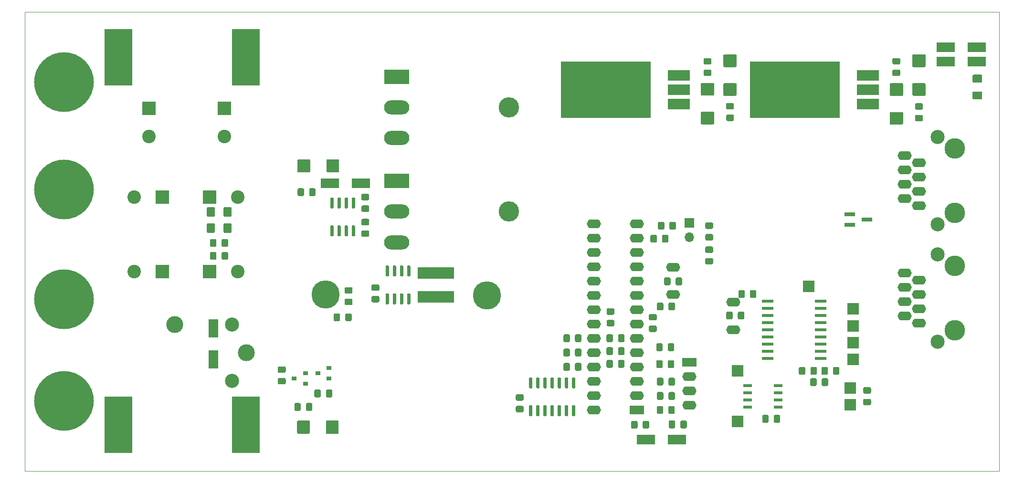
<source format=gbr>
%TF.GenerationSoftware,KiCad,Pcbnew,5.1.9+dfsg1-1+deb11u1*%
%TF.CreationDate,2023-01-06T13:25:03+00:00*%
%TF.ProjectId,MCB19,4d434231-392e-46b6-9963-61645f706362,rev?*%
%TF.SameCoordinates,Original*%
%TF.FileFunction,Soldermask,Bot*%
%TF.FilePolarity,Negative*%
%FSLAX45Y45*%
G04 Gerber Fmt 4.5, Leading zero omitted, Abs format (unit mm)*
G04 Created by KiCad (PCBNEW 5.1.9+dfsg1-1+deb11u1) date 2023-01-06 13:25:03*
%MOMM*%
%LPD*%
G01*
G04 APERTURE LIST*
%TA.AperFunction,Profile*%
%ADD10C,0.100000*%
%TD*%
%ADD11C,3.000000*%
%ADD12C,2.500000*%
%ADD13C,5.000000*%
%ADD14C,2.400000*%
%ADD15R,2.400000X2.400000*%
%ADD16R,2.000000X2.000000*%
%ADD17R,1.700000X3.300000*%
%ADD18O,4.500000X2.500000*%
%ADD19R,4.500000X2.500000*%
%ADD20O,3.600000X3.600000*%
%ADD21R,0.900000X0.800000*%
%ADD22R,5.000000X10.000000*%
%ADD23R,6.400000X2.000000*%
%ADD24R,2.000000X0.600000*%
%ADD25C,0.900000*%
%ADD26C,10.599999*%
%ADD27C,10.600000*%
%ADD28R,3.300000X1.700000*%
%ADD29R,16.000000X10.000000*%
%ADD30R,4.000000X1.905000*%
%ADD31R,1.700000X1.700000*%
%ADD32O,1.700000X1.700000*%
%ADD33R,2.500000X1.600000*%
%ADD34O,2.500000X1.600000*%
%ADD35R,1.900000X0.800000*%
%ADD36C,3.650000*%
%ADD37R,1.550000X0.600000*%
%ADD38C,0.150000*%
G04 APERTURE END LIST*
D10*
X22285000Y-5050000D02*
X5000000Y-5050000D01*
X22285000Y-13200000D02*
X22285000Y-5050000D01*
X5000000Y-13200000D02*
X22285000Y-13200000D01*
X5000000Y-5050000D02*
X5000000Y-13200000D01*
X22285000Y-5050000D02*
X5000000Y-5050000D01*
X22285000Y-13200000D02*
X22285000Y-5050000D01*
X5000000Y-13200000D02*
X22285000Y-13200000D01*
X5000000Y-5050000D02*
X5000000Y-13200000D01*
D11*
X8930000Y-11100000D03*
D12*
X8680000Y-11600000D03*
D11*
X7660000Y-10600000D03*
D12*
X8680000Y-10600000D03*
G36*
G01*
X9987500Y-12105000D02*
X9987500Y-12015000D01*
G75*
G02*
X10012500Y-11990000I25000J0D01*
G01*
X10077500Y-11990000D01*
G75*
G02*
X10102500Y-12015000I0J-25000D01*
G01*
X10102500Y-12105000D01*
G75*
G02*
X10077500Y-12130000I-25000J0D01*
G01*
X10012500Y-12130000D01*
G75*
G02*
X9987500Y-12105000I0J25000D01*
G01*
G37*
G36*
G01*
X9782500Y-12105000D02*
X9782500Y-12015000D01*
G75*
G02*
X9807500Y-11990000I25000J0D01*
G01*
X9872500Y-11990000D01*
G75*
G02*
X9897500Y-12015000I0J-25000D01*
G01*
X9897500Y-12105000D01*
G75*
G02*
X9872500Y-12130000I-25000J0D01*
G01*
X9807500Y-12130000D01*
G75*
G02*
X9782500Y-12105000I0J25000D01*
G01*
G37*
G36*
G01*
X10342500Y-12512500D02*
X10342500Y-12327500D01*
G75*
G02*
X10367500Y-12302500I25000J0D01*
G01*
X10542500Y-12302500D01*
G75*
G02*
X10567500Y-12327500I0J-25000D01*
G01*
X10567500Y-12512500D01*
G75*
G02*
X10542500Y-12537500I-25000J0D01*
G01*
X10367500Y-12537500D01*
G75*
G02*
X10342500Y-12512500I0J25000D01*
G01*
G37*
G36*
G01*
X9832500Y-12512500D02*
X9832500Y-12327500D01*
G75*
G02*
X9857500Y-12302500I25000J0D01*
G01*
X10032500Y-12302500D01*
G75*
G02*
X10057500Y-12327500I0J-25000D01*
G01*
X10057500Y-12512500D01*
G75*
G02*
X10032500Y-12537500I-25000J0D01*
G01*
X9857500Y-12537500D01*
G75*
G02*
X9832500Y-12512500I0J25000D01*
G01*
G37*
D13*
X13200000Y-10080000D03*
X10332800Y-10064400D03*
G36*
G01*
X16405000Y-11045000D02*
X16405000Y-10955000D01*
G75*
G02*
X16430000Y-10930000I25000J0D01*
G01*
X16495000Y-10930000D01*
G75*
G02*
X16520000Y-10955000I0J-25000D01*
G01*
X16520000Y-11045000D01*
G75*
G02*
X16495000Y-11070000I-25000J0D01*
G01*
X16430000Y-11070000D01*
G75*
G02*
X16405000Y-11045000I0J25000D01*
G01*
G37*
G36*
G01*
X16200000Y-11045000D02*
X16200000Y-10955000D01*
G75*
G02*
X16225000Y-10930000I25000J0D01*
G01*
X16290000Y-10930000D01*
G75*
G02*
X16315000Y-10955000I0J-25000D01*
G01*
X16315000Y-11045000D01*
G75*
G02*
X16290000Y-11070000I-25000J0D01*
G01*
X16225000Y-11070000D01*
G75*
G02*
X16200000Y-11045000I0J25000D01*
G01*
G37*
G36*
G01*
X16315000Y-11255000D02*
X16315000Y-11345000D01*
G75*
G02*
X16290000Y-11370000I-25000J0D01*
G01*
X16225000Y-11370000D01*
G75*
G02*
X16200000Y-11345000I0J25000D01*
G01*
X16200000Y-11255000D01*
G75*
G02*
X16225000Y-11230000I25000J0D01*
G01*
X16290000Y-11230000D01*
G75*
G02*
X16315000Y-11255000I0J-25000D01*
G01*
G37*
G36*
G01*
X16520000Y-11255000D02*
X16520000Y-11345000D01*
G75*
G02*
X16495000Y-11370000I-25000J0D01*
G01*
X16430000Y-11370000D01*
G75*
G02*
X16405000Y-11345000I0J25000D01*
G01*
X16405000Y-11255000D01*
G75*
G02*
X16430000Y-11230000I25000J0D01*
G01*
X16495000Y-11230000D01*
G75*
G02*
X16520000Y-11255000I0J-25000D01*
G01*
G37*
G36*
G01*
X10137500Y-11865000D02*
X10137500Y-11775000D01*
G75*
G02*
X10162500Y-11750000I25000J0D01*
G01*
X10227500Y-11750000D01*
G75*
G02*
X10252500Y-11775000I0J-25000D01*
G01*
X10252500Y-11865000D01*
G75*
G02*
X10227500Y-11890000I-25000J0D01*
G01*
X10162500Y-11890000D01*
G75*
G02*
X10137500Y-11865000I0J25000D01*
G01*
G37*
G36*
G01*
X10342500Y-11865000D02*
X10342500Y-11775000D01*
G75*
G02*
X10367500Y-11750000I25000J0D01*
G01*
X10432500Y-11750000D01*
G75*
G02*
X10457500Y-11775000I0J-25000D01*
G01*
X10457500Y-11865000D01*
G75*
G02*
X10432500Y-11890000I-25000J0D01*
G01*
X10367500Y-11890000D01*
G75*
G02*
X10342500Y-11865000I0J25000D01*
G01*
G37*
D14*
X8775208Y-9655000D03*
D15*
X8275208Y-9655000D03*
G36*
G01*
X9515000Y-11340000D02*
X9605000Y-11340000D01*
G75*
G02*
X9630000Y-11365000I0J-25000D01*
G01*
X9630000Y-11430000D01*
G75*
G02*
X9605000Y-11455000I-25000J0D01*
G01*
X9515000Y-11455000D01*
G75*
G02*
X9490000Y-11430000I0J25000D01*
G01*
X9490000Y-11365000D01*
G75*
G02*
X9515000Y-11340000I25000J0D01*
G01*
G37*
G36*
G01*
X9515000Y-11545000D02*
X9605000Y-11545000D01*
G75*
G02*
X9630000Y-11570000I0J-25000D01*
G01*
X9630000Y-11635000D01*
G75*
G02*
X9605000Y-11660000I-25000J0D01*
G01*
X9515000Y-11660000D01*
G75*
G02*
X9490000Y-11635000I0J25000D01*
G01*
X9490000Y-11570000D01*
G75*
G02*
X9515000Y-11545000I25000J0D01*
G01*
G37*
G36*
G01*
X10434500Y-8345000D02*
X10464500Y-8345000D01*
G75*
G02*
X10479500Y-8360000I0J-15000D01*
G01*
X10479500Y-8525000D01*
G75*
G02*
X10464500Y-8540000I-15000J0D01*
G01*
X10434500Y-8540000D01*
G75*
G02*
X10419500Y-8525000I0J15000D01*
G01*
X10419500Y-8360000D01*
G75*
G02*
X10434500Y-8345000I15000J0D01*
G01*
G37*
G36*
G01*
X10561500Y-8345000D02*
X10591500Y-8345000D01*
G75*
G02*
X10606500Y-8360000I0J-15000D01*
G01*
X10606500Y-8525000D01*
G75*
G02*
X10591500Y-8540000I-15000J0D01*
G01*
X10561500Y-8540000D01*
G75*
G02*
X10546500Y-8525000I0J15000D01*
G01*
X10546500Y-8360000D01*
G75*
G02*
X10561500Y-8345000I15000J0D01*
G01*
G37*
G36*
G01*
X10688500Y-8345000D02*
X10718500Y-8345000D01*
G75*
G02*
X10733500Y-8360000I0J-15000D01*
G01*
X10733500Y-8525000D01*
G75*
G02*
X10718500Y-8540000I-15000J0D01*
G01*
X10688500Y-8540000D01*
G75*
G02*
X10673500Y-8525000I0J15000D01*
G01*
X10673500Y-8360000D01*
G75*
G02*
X10688500Y-8345000I15000J0D01*
G01*
G37*
G36*
G01*
X10815500Y-8345000D02*
X10845500Y-8345000D01*
G75*
G02*
X10860500Y-8360000I0J-15000D01*
G01*
X10860500Y-8525000D01*
G75*
G02*
X10845500Y-8540000I-15000J0D01*
G01*
X10815500Y-8540000D01*
G75*
G02*
X10800500Y-8525000I0J15000D01*
G01*
X10800500Y-8360000D01*
G75*
G02*
X10815500Y-8345000I15000J0D01*
G01*
G37*
G36*
G01*
X10815500Y-8840000D02*
X10845500Y-8840000D01*
G75*
G02*
X10860500Y-8855000I0J-15000D01*
G01*
X10860500Y-9020000D01*
G75*
G02*
X10845500Y-9035000I-15000J0D01*
G01*
X10815500Y-9035000D01*
G75*
G02*
X10800500Y-9020000I0J15000D01*
G01*
X10800500Y-8855000D01*
G75*
G02*
X10815500Y-8840000I15000J0D01*
G01*
G37*
G36*
G01*
X10688500Y-8840000D02*
X10718500Y-8840000D01*
G75*
G02*
X10733500Y-8855000I0J-15000D01*
G01*
X10733500Y-9020000D01*
G75*
G02*
X10718500Y-9035000I-15000J0D01*
G01*
X10688500Y-9035000D01*
G75*
G02*
X10673500Y-9020000I0J15000D01*
G01*
X10673500Y-8855000D01*
G75*
G02*
X10688500Y-8840000I15000J0D01*
G01*
G37*
G36*
G01*
X10561500Y-8840000D02*
X10591500Y-8840000D01*
G75*
G02*
X10606500Y-8855000I0J-15000D01*
G01*
X10606500Y-9020000D01*
G75*
G02*
X10591500Y-9035000I-15000J0D01*
G01*
X10561500Y-9035000D01*
G75*
G02*
X10546500Y-9020000I0J15000D01*
G01*
X10546500Y-8855000D01*
G75*
G02*
X10561500Y-8840000I15000J0D01*
G01*
G37*
G36*
G01*
X10434500Y-8840000D02*
X10464500Y-8840000D01*
G75*
G02*
X10479500Y-8855000I0J-15000D01*
G01*
X10479500Y-9020000D01*
G75*
G02*
X10464500Y-9035000I-15000J0D01*
G01*
X10434500Y-9035000D01*
G75*
G02*
X10419500Y-9020000I0J15000D01*
G01*
X10419500Y-8855000D01*
G75*
G02*
X10434500Y-8840000I15000J0D01*
G01*
G37*
D16*
X18902500Y-9922500D03*
D17*
X8350000Y-11215000D03*
X8350000Y-10665000D03*
D14*
X8540000Y-7265000D03*
D15*
X8540000Y-6765000D03*
D14*
X7200000Y-7265000D03*
D15*
X7200000Y-6765000D03*
D18*
X11600000Y-9140000D03*
X11600000Y-8595000D03*
D19*
X11600000Y-8050000D03*
D20*
X13586000Y-8595000D03*
G36*
G01*
X15318900Y-11340000D02*
X15318900Y-11250000D01*
G75*
G02*
X15343900Y-11225000I25000J0D01*
G01*
X15408900Y-11225000D01*
G75*
G02*
X15433900Y-11250000I0J-25000D01*
G01*
X15433900Y-11340000D01*
G75*
G02*
X15408900Y-11365000I-25000J0D01*
G01*
X15343900Y-11365000D01*
G75*
G02*
X15318900Y-11340000I0J25000D01*
G01*
G37*
G36*
G01*
X15523900Y-11340000D02*
X15523900Y-11250000D01*
G75*
G02*
X15548900Y-11225000I25000J0D01*
G01*
X15613900Y-11225000D01*
G75*
G02*
X15638900Y-11250000I0J-25000D01*
G01*
X15638900Y-11340000D01*
G75*
G02*
X15613900Y-11365000I-25000J0D01*
G01*
X15548900Y-11365000D01*
G75*
G02*
X15523900Y-11340000I0J25000D01*
G01*
G37*
D21*
X10400000Y-11365000D03*
X10400000Y-11555000D03*
X10200000Y-11460000D03*
X9780000Y-11555000D03*
X9980000Y-11650000D03*
X9980000Y-11460000D03*
D22*
X6660000Y-12380000D03*
X8920000Y-12380000D03*
X6659000Y-5853000D03*
X8919000Y-5853000D03*
G36*
G01*
X8492000Y-9195500D02*
X8492000Y-9105500D01*
G75*
G02*
X8517000Y-9080500I25000J0D01*
G01*
X8582000Y-9080500D01*
G75*
G02*
X8607000Y-9105500I0J-25000D01*
G01*
X8607000Y-9195500D01*
G75*
G02*
X8582000Y-9220500I-25000J0D01*
G01*
X8517000Y-9220500D01*
G75*
G02*
X8492000Y-9195500I0J25000D01*
G01*
G37*
G36*
G01*
X8287000Y-9195500D02*
X8287000Y-9105500D01*
G75*
G02*
X8312000Y-9080500I25000J0D01*
G01*
X8377000Y-9080500D01*
G75*
G02*
X8402000Y-9105500I0J-25000D01*
G01*
X8402000Y-9195500D01*
G75*
G02*
X8377000Y-9220500I-25000J0D01*
G01*
X8312000Y-9220500D01*
G75*
G02*
X8287000Y-9195500I0J25000D01*
G01*
G37*
G36*
G01*
X8492000Y-9425000D02*
X8492000Y-9335000D01*
G75*
G02*
X8517000Y-9310000I25000J0D01*
G01*
X8582000Y-9310000D01*
G75*
G02*
X8607000Y-9335000I0J-25000D01*
G01*
X8607000Y-9425000D01*
G75*
G02*
X8582000Y-9450000I-25000J0D01*
G01*
X8517000Y-9450000D01*
G75*
G02*
X8492000Y-9425000I0J25000D01*
G01*
G37*
G36*
G01*
X8287000Y-9425000D02*
X8287000Y-9335000D01*
G75*
G02*
X8312000Y-9310000I25000J0D01*
G01*
X8377000Y-9310000D01*
G75*
G02*
X8402000Y-9335000I0J-25000D01*
G01*
X8402000Y-9425000D01*
G75*
G02*
X8377000Y-9450000I-25000J0D01*
G01*
X8312000Y-9450000D01*
G75*
G02*
X8287000Y-9425000I0J25000D01*
G01*
G37*
G36*
G01*
X8527500Y-8662500D02*
X8527500Y-8537500D01*
G75*
G02*
X8552500Y-8512500I25000J0D01*
G01*
X8645000Y-8512500D01*
G75*
G02*
X8670000Y-8537500I0J-25000D01*
G01*
X8670000Y-8662500D01*
G75*
G02*
X8645000Y-8687500I-25000J0D01*
G01*
X8552500Y-8687500D01*
G75*
G02*
X8527500Y-8662500I0J25000D01*
G01*
G37*
G36*
G01*
X8230000Y-8662500D02*
X8230000Y-8537500D01*
G75*
G02*
X8255000Y-8512500I25000J0D01*
G01*
X8347500Y-8512500D01*
G75*
G02*
X8372500Y-8537500I0J-25000D01*
G01*
X8372500Y-8662500D01*
G75*
G02*
X8347500Y-8687500I-25000J0D01*
G01*
X8255000Y-8687500D01*
G75*
G02*
X8230000Y-8662500I0J25000D01*
G01*
G37*
G36*
G01*
X8527500Y-8949500D02*
X8527500Y-8824500D01*
G75*
G02*
X8552500Y-8799500I25000J0D01*
G01*
X8645000Y-8799500D01*
G75*
G02*
X8670000Y-8824500I0J-25000D01*
G01*
X8670000Y-8949500D01*
G75*
G02*
X8645000Y-8974500I-25000J0D01*
G01*
X8552500Y-8974500D01*
G75*
G02*
X8527500Y-8949500I0J25000D01*
G01*
G37*
G36*
G01*
X8230000Y-8949500D02*
X8230000Y-8824500D01*
G75*
G02*
X8255000Y-8799500I25000J0D01*
G01*
X8347500Y-8799500D01*
G75*
G02*
X8372500Y-8824500I0J-25000D01*
G01*
X8372500Y-8949500D01*
G75*
G02*
X8347500Y-8974500I-25000J0D01*
G01*
X8255000Y-8974500D01*
G75*
G02*
X8230000Y-8949500I0J25000D01*
G01*
G37*
G36*
G01*
X11825500Y-9745000D02*
X11795500Y-9745000D01*
G75*
G02*
X11780500Y-9730000I0J15000D01*
G01*
X11780500Y-9565000D01*
G75*
G02*
X11795500Y-9550000I15000J0D01*
G01*
X11825500Y-9550000D01*
G75*
G02*
X11840500Y-9565000I0J-15000D01*
G01*
X11840500Y-9730000D01*
G75*
G02*
X11825500Y-9745000I-15000J0D01*
G01*
G37*
G36*
G01*
X11698500Y-9745000D02*
X11668500Y-9745000D01*
G75*
G02*
X11653500Y-9730000I0J15000D01*
G01*
X11653500Y-9565000D01*
G75*
G02*
X11668500Y-9550000I15000J0D01*
G01*
X11698500Y-9550000D01*
G75*
G02*
X11713500Y-9565000I0J-15000D01*
G01*
X11713500Y-9730000D01*
G75*
G02*
X11698500Y-9745000I-15000J0D01*
G01*
G37*
G36*
G01*
X11571500Y-9745000D02*
X11541500Y-9745000D01*
G75*
G02*
X11526500Y-9730000I0J15000D01*
G01*
X11526500Y-9565000D01*
G75*
G02*
X11541500Y-9550000I15000J0D01*
G01*
X11571500Y-9550000D01*
G75*
G02*
X11586500Y-9565000I0J-15000D01*
G01*
X11586500Y-9730000D01*
G75*
G02*
X11571500Y-9745000I-15000J0D01*
G01*
G37*
G36*
G01*
X11444500Y-9745000D02*
X11414500Y-9745000D01*
G75*
G02*
X11399500Y-9730000I0J15000D01*
G01*
X11399500Y-9565000D01*
G75*
G02*
X11414500Y-9550000I15000J0D01*
G01*
X11444500Y-9550000D01*
G75*
G02*
X11459500Y-9565000I0J-15000D01*
G01*
X11459500Y-9730000D01*
G75*
G02*
X11444500Y-9745000I-15000J0D01*
G01*
G37*
G36*
G01*
X11444500Y-10240000D02*
X11414500Y-10240000D01*
G75*
G02*
X11399500Y-10225000I0J15000D01*
G01*
X11399500Y-10060000D01*
G75*
G02*
X11414500Y-10045000I15000J0D01*
G01*
X11444500Y-10045000D01*
G75*
G02*
X11459500Y-10060000I0J-15000D01*
G01*
X11459500Y-10225000D01*
G75*
G02*
X11444500Y-10240000I-15000J0D01*
G01*
G37*
G36*
G01*
X11571500Y-10240000D02*
X11541500Y-10240000D01*
G75*
G02*
X11526500Y-10225000I0J15000D01*
G01*
X11526500Y-10060000D01*
G75*
G02*
X11541500Y-10045000I15000J0D01*
G01*
X11571500Y-10045000D01*
G75*
G02*
X11586500Y-10060000I0J-15000D01*
G01*
X11586500Y-10225000D01*
G75*
G02*
X11571500Y-10240000I-15000J0D01*
G01*
G37*
G36*
G01*
X11698500Y-10240000D02*
X11668500Y-10240000D01*
G75*
G02*
X11653500Y-10225000I0J15000D01*
G01*
X11653500Y-10060000D01*
G75*
G02*
X11668500Y-10045000I15000J0D01*
G01*
X11698500Y-10045000D01*
G75*
G02*
X11713500Y-10060000I0J-15000D01*
G01*
X11713500Y-10225000D01*
G75*
G02*
X11698500Y-10240000I-15000J0D01*
G01*
G37*
G36*
G01*
X11825500Y-10240000D02*
X11795500Y-10240000D01*
G75*
G02*
X11780500Y-10225000I0J15000D01*
G01*
X11780500Y-10060000D01*
G75*
G02*
X11795500Y-10045000I15000J0D01*
G01*
X11825500Y-10045000D01*
G75*
G02*
X11840500Y-10060000I0J-15000D01*
G01*
X11840500Y-10225000D01*
G75*
G02*
X11825500Y-10240000I-15000J0D01*
G01*
G37*
D23*
X12295000Y-10105000D03*
X12295000Y-9685000D03*
D24*
X18172900Y-11199600D03*
X18172900Y-11072600D03*
X18172900Y-10945600D03*
X18172900Y-10818600D03*
X18172900Y-10691600D03*
X18172900Y-10564600D03*
X18172900Y-10437600D03*
X18172900Y-10310600D03*
X18172900Y-10183600D03*
X19112900Y-10183600D03*
X19112900Y-10310600D03*
X19112900Y-10437600D03*
X19112900Y-10564600D03*
X19112900Y-10691600D03*
X19112900Y-10818600D03*
X19112900Y-10945600D03*
X19112900Y-11072600D03*
X19112900Y-11199600D03*
G36*
G01*
X15433900Y-10795400D02*
X15433900Y-10885400D01*
G75*
G02*
X15408900Y-10910400I-25000J0D01*
G01*
X15343900Y-10910400D01*
G75*
G02*
X15318900Y-10885400I0J25000D01*
G01*
X15318900Y-10795400D01*
G75*
G02*
X15343900Y-10770400I25000J0D01*
G01*
X15408900Y-10770400D01*
G75*
G02*
X15433900Y-10795400I0J-25000D01*
G01*
G37*
G36*
G01*
X15638900Y-10795400D02*
X15638900Y-10885400D01*
G75*
G02*
X15613900Y-10910400I-25000J0D01*
G01*
X15548900Y-10910400D01*
G75*
G02*
X15523900Y-10885400I0J25000D01*
G01*
X15523900Y-10795400D01*
G75*
G02*
X15548900Y-10770400I25000J0D01*
G01*
X15613900Y-10770400D01*
G75*
G02*
X15638900Y-10795400I0J-25000D01*
G01*
G37*
G36*
G01*
X13825000Y-11950000D02*
X13735000Y-11950000D01*
G75*
G02*
X13710000Y-11925000I0J25000D01*
G01*
X13710000Y-11860000D01*
G75*
G02*
X13735000Y-11835000I25000J0D01*
G01*
X13825000Y-11835000D01*
G75*
G02*
X13850000Y-11860000I0J-25000D01*
G01*
X13850000Y-11925000D01*
G75*
G02*
X13825000Y-11950000I-25000J0D01*
G01*
G37*
G36*
G01*
X13825000Y-12155000D02*
X13735000Y-12155000D01*
G75*
G02*
X13710000Y-12130000I0J25000D01*
G01*
X13710000Y-12065000D01*
G75*
G02*
X13735000Y-12040000I25000J0D01*
G01*
X13825000Y-12040000D01*
G75*
G02*
X13850000Y-12065000I0J-25000D01*
G01*
X13850000Y-12130000D01*
G75*
G02*
X13825000Y-12155000I-25000J0D01*
G01*
G37*
G36*
G01*
X11265000Y-10000000D02*
X11175000Y-10000000D01*
G75*
G02*
X11150000Y-9975000I0J25000D01*
G01*
X11150000Y-9910000D01*
G75*
G02*
X11175000Y-9885000I25000J0D01*
G01*
X11265000Y-9885000D01*
G75*
G02*
X11290000Y-9910000I0J-25000D01*
G01*
X11290000Y-9975000D01*
G75*
G02*
X11265000Y-10000000I-25000J0D01*
G01*
G37*
G36*
G01*
X11265000Y-10205000D02*
X11175000Y-10205000D01*
G75*
G02*
X11150000Y-10180000I0J25000D01*
G01*
X11150000Y-10115000D01*
G75*
G02*
X11175000Y-10090000I25000J0D01*
G01*
X11265000Y-10090000D01*
G75*
G02*
X11290000Y-10115000I0J-25000D01*
G01*
X11290000Y-10180000D01*
G75*
G02*
X11265000Y-10205000I-25000J0D01*
G01*
G37*
D25*
X5981075Y-12231075D03*
X6097500Y-11950000D03*
X5981075Y-11668925D03*
X5700000Y-11552500D03*
X5418925Y-11668925D03*
X5302500Y-11950000D03*
X5418925Y-12231075D03*
X5700000Y-12347500D03*
D26*
X5700000Y-11950000D03*
D14*
X6945000Y-8340000D03*
D15*
X7445000Y-8340000D03*
D14*
X6945000Y-9655000D03*
D15*
X7445000Y-9655000D03*
D18*
X11600000Y-7290000D03*
X11600000Y-6745000D03*
D19*
X11600000Y-6200000D03*
D20*
X13586000Y-6745000D03*
G36*
G01*
X13959000Y-12030000D02*
X13989000Y-12030000D01*
G75*
G02*
X14004000Y-12045000I0J-15000D01*
G01*
X14004000Y-12210000D01*
G75*
G02*
X13989000Y-12225000I-15000J0D01*
G01*
X13959000Y-12225000D01*
G75*
G02*
X13944000Y-12210000I0J15000D01*
G01*
X13944000Y-12045000D01*
G75*
G02*
X13959000Y-12030000I15000J0D01*
G01*
G37*
G36*
G01*
X14086000Y-12030000D02*
X14116000Y-12030000D01*
G75*
G02*
X14131000Y-12045000I0J-15000D01*
G01*
X14131000Y-12210000D01*
G75*
G02*
X14116000Y-12225000I-15000J0D01*
G01*
X14086000Y-12225000D01*
G75*
G02*
X14071000Y-12210000I0J15000D01*
G01*
X14071000Y-12045000D01*
G75*
G02*
X14086000Y-12030000I15000J0D01*
G01*
G37*
G36*
G01*
X14213000Y-12030000D02*
X14243000Y-12030000D01*
G75*
G02*
X14258000Y-12045000I0J-15000D01*
G01*
X14258000Y-12210000D01*
G75*
G02*
X14243000Y-12225000I-15000J0D01*
G01*
X14213000Y-12225000D01*
G75*
G02*
X14198000Y-12210000I0J15000D01*
G01*
X14198000Y-12045000D01*
G75*
G02*
X14213000Y-12030000I15000J0D01*
G01*
G37*
G36*
G01*
X14340000Y-12030000D02*
X14370000Y-12030000D01*
G75*
G02*
X14385000Y-12045000I0J-15000D01*
G01*
X14385000Y-12210000D01*
G75*
G02*
X14370000Y-12225000I-15000J0D01*
G01*
X14340000Y-12225000D01*
G75*
G02*
X14325000Y-12210000I0J15000D01*
G01*
X14325000Y-12045000D01*
G75*
G02*
X14340000Y-12030000I15000J0D01*
G01*
G37*
G36*
G01*
X14467000Y-12030000D02*
X14497000Y-12030000D01*
G75*
G02*
X14512000Y-12045000I0J-15000D01*
G01*
X14512000Y-12210000D01*
G75*
G02*
X14497000Y-12225000I-15000J0D01*
G01*
X14467000Y-12225000D01*
G75*
G02*
X14452000Y-12210000I0J15000D01*
G01*
X14452000Y-12045000D01*
G75*
G02*
X14467000Y-12030000I15000J0D01*
G01*
G37*
G36*
G01*
X14594000Y-12030000D02*
X14624000Y-12030000D01*
G75*
G02*
X14639000Y-12045000I0J-15000D01*
G01*
X14639000Y-12210000D01*
G75*
G02*
X14624000Y-12225000I-15000J0D01*
G01*
X14594000Y-12225000D01*
G75*
G02*
X14579000Y-12210000I0J15000D01*
G01*
X14579000Y-12045000D01*
G75*
G02*
X14594000Y-12030000I15000J0D01*
G01*
G37*
G36*
G01*
X14721000Y-12030000D02*
X14751000Y-12030000D01*
G75*
G02*
X14766000Y-12045000I0J-15000D01*
G01*
X14766000Y-12210000D01*
G75*
G02*
X14751000Y-12225000I-15000J0D01*
G01*
X14721000Y-12225000D01*
G75*
G02*
X14706000Y-12210000I0J15000D01*
G01*
X14706000Y-12045000D01*
G75*
G02*
X14721000Y-12030000I15000J0D01*
G01*
G37*
G36*
G01*
X14721000Y-11535000D02*
X14751000Y-11535000D01*
G75*
G02*
X14766000Y-11550000I0J-15000D01*
G01*
X14766000Y-11715000D01*
G75*
G02*
X14751000Y-11730000I-15000J0D01*
G01*
X14721000Y-11730000D01*
G75*
G02*
X14706000Y-11715000I0J15000D01*
G01*
X14706000Y-11550000D01*
G75*
G02*
X14721000Y-11535000I15000J0D01*
G01*
G37*
G36*
G01*
X14594000Y-11535000D02*
X14624000Y-11535000D01*
G75*
G02*
X14639000Y-11550000I0J-15000D01*
G01*
X14639000Y-11715000D01*
G75*
G02*
X14624000Y-11730000I-15000J0D01*
G01*
X14594000Y-11730000D01*
G75*
G02*
X14579000Y-11715000I0J15000D01*
G01*
X14579000Y-11550000D01*
G75*
G02*
X14594000Y-11535000I15000J0D01*
G01*
G37*
G36*
G01*
X14467000Y-11535000D02*
X14497000Y-11535000D01*
G75*
G02*
X14512000Y-11550000I0J-15000D01*
G01*
X14512000Y-11715000D01*
G75*
G02*
X14497000Y-11730000I-15000J0D01*
G01*
X14467000Y-11730000D01*
G75*
G02*
X14452000Y-11715000I0J15000D01*
G01*
X14452000Y-11550000D01*
G75*
G02*
X14467000Y-11535000I15000J0D01*
G01*
G37*
G36*
G01*
X14340000Y-11535000D02*
X14370000Y-11535000D01*
G75*
G02*
X14385000Y-11550000I0J-15000D01*
G01*
X14385000Y-11715000D01*
G75*
G02*
X14370000Y-11730000I-15000J0D01*
G01*
X14340000Y-11730000D01*
G75*
G02*
X14325000Y-11715000I0J15000D01*
G01*
X14325000Y-11550000D01*
G75*
G02*
X14340000Y-11535000I15000J0D01*
G01*
G37*
G36*
G01*
X14213000Y-11535000D02*
X14243000Y-11535000D01*
G75*
G02*
X14258000Y-11550000I0J-15000D01*
G01*
X14258000Y-11715000D01*
G75*
G02*
X14243000Y-11730000I-15000J0D01*
G01*
X14213000Y-11730000D01*
G75*
G02*
X14198000Y-11715000I0J15000D01*
G01*
X14198000Y-11550000D01*
G75*
G02*
X14213000Y-11535000I15000J0D01*
G01*
G37*
G36*
G01*
X14086000Y-11535000D02*
X14116000Y-11535000D01*
G75*
G02*
X14131000Y-11550000I0J-15000D01*
G01*
X14131000Y-11715000D01*
G75*
G02*
X14116000Y-11730000I-15000J0D01*
G01*
X14086000Y-11730000D01*
G75*
G02*
X14071000Y-11715000I0J15000D01*
G01*
X14071000Y-11550000D01*
G75*
G02*
X14086000Y-11535000I15000J0D01*
G01*
G37*
G36*
G01*
X13959000Y-11535000D02*
X13989000Y-11535000D01*
G75*
G02*
X14004000Y-11550000I0J-15000D01*
G01*
X14004000Y-11715000D01*
G75*
G02*
X13989000Y-11730000I-15000J0D01*
G01*
X13959000Y-11730000D01*
G75*
G02*
X13944000Y-11715000I0J15000D01*
G01*
X13944000Y-11550000D01*
G75*
G02*
X13959000Y-11535000I15000J0D01*
G01*
G37*
G36*
G01*
X10700000Y-10140000D02*
X10790000Y-10140000D01*
G75*
G02*
X10815000Y-10165000I0J-25000D01*
G01*
X10815000Y-10230000D01*
G75*
G02*
X10790000Y-10255000I-25000J0D01*
G01*
X10700000Y-10255000D01*
G75*
G02*
X10675000Y-10230000I0J25000D01*
G01*
X10675000Y-10165000D01*
G75*
G02*
X10700000Y-10140000I25000J0D01*
G01*
G37*
G36*
G01*
X10700000Y-9935000D02*
X10790000Y-9935000D01*
G75*
G02*
X10815000Y-9960000I0J-25000D01*
G01*
X10815000Y-10025000D01*
G75*
G02*
X10790000Y-10050000I-25000J0D01*
G01*
X10700000Y-10050000D01*
G75*
G02*
X10675000Y-10025000I0J25000D01*
G01*
X10675000Y-9960000D01*
G75*
G02*
X10700000Y-9935000I25000J0D01*
G01*
G37*
G36*
G01*
X10595000Y-10425000D02*
X10595000Y-10515000D01*
G75*
G02*
X10570000Y-10540000I-25000J0D01*
G01*
X10505000Y-10540000D01*
G75*
G02*
X10480000Y-10515000I0J25000D01*
G01*
X10480000Y-10425000D01*
G75*
G02*
X10505000Y-10400000I25000J0D01*
G01*
X10570000Y-10400000D01*
G75*
G02*
X10595000Y-10425000I0J-25000D01*
G01*
G37*
G36*
G01*
X10800000Y-10425000D02*
X10800000Y-10515000D01*
G75*
G02*
X10775000Y-10540000I-25000J0D01*
G01*
X10710000Y-10540000D01*
G75*
G02*
X10685000Y-10515000I0J25000D01*
G01*
X10685000Y-10425000D01*
G75*
G02*
X10710000Y-10400000I25000J0D01*
G01*
X10775000Y-10400000D01*
G75*
G02*
X10800000Y-10425000I0J-25000D01*
G01*
G37*
G36*
G01*
X10995000Y-8722500D02*
X11085000Y-8722500D01*
G75*
G02*
X11110000Y-8747500I0J-25000D01*
G01*
X11110000Y-8812500D01*
G75*
G02*
X11085000Y-8837500I-25000J0D01*
G01*
X10995000Y-8837500D01*
G75*
G02*
X10970000Y-8812500I0J25000D01*
G01*
X10970000Y-8747500D01*
G75*
G02*
X10995000Y-8722500I25000J0D01*
G01*
G37*
G36*
G01*
X10995000Y-8927500D02*
X11085000Y-8927500D01*
G75*
G02*
X11110000Y-8952500I0J-25000D01*
G01*
X11110000Y-9017500D01*
G75*
G02*
X11085000Y-9042500I-25000J0D01*
G01*
X10995000Y-9042500D01*
G75*
G02*
X10970000Y-9017500I0J25000D01*
G01*
X10970000Y-8952500D01*
G75*
G02*
X10995000Y-8927500I25000J0D01*
G01*
G37*
G36*
G01*
X14670100Y-11303400D02*
X14670100Y-11393400D01*
G75*
G02*
X14645100Y-11418400I-25000J0D01*
G01*
X14580100Y-11418400D01*
G75*
G02*
X14555100Y-11393400I0J25000D01*
G01*
X14555100Y-11303400D01*
G75*
G02*
X14580100Y-11278400I25000J0D01*
G01*
X14645100Y-11278400D01*
G75*
G02*
X14670100Y-11303400I0J-25000D01*
G01*
G37*
G36*
G01*
X14875100Y-11303400D02*
X14875100Y-11393400D01*
G75*
G02*
X14850100Y-11418400I-25000J0D01*
G01*
X14785100Y-11418400D01*
G75*
G02*
X14760100Y-11393400I0J25000D01*
G01*
X14760100Y-11303400D01*
G75*
G02*
X14785100Y-11278400I25000J0D01*
G01*
X14850100Y-11278400D01*
G75*
G02*
X14875100Y-11303400I0J-25000D01*
G01*
G37*
G36*
G01*
X14670100Y-11049400D02*
X14670100Y-11139400D01*
G75*
G02*
X14645100Y-11164400I-25000J0D01*
G01*
X14580100Y-11164400D01*
G75*
G02*
X14555100Y-11139400I0J25000D01*
G01*
X14555100Y-11049400D01*
G75*
G02*
X14580100Y-11024400I25000J0D01*
G01*
X14645100Y-11024400D01*
G75*
G02*
X14670100Y-11049400I0J-25000D01*
G01*
G37*
G36*
G01*
X14875100Y-11049400D02*
X14875100Y-11139400D01*
G75*
G02*
X14850100Y-11164400I-25000J0D01*
G01*
X14785100Y-11164400D01*
G75*
G02*
X14760100Y-11139400I0J25000D01*
G01*
X14760100Y-11049400D01*
G75*
G02*
X14785100Y-11024400I25000J0D01*
G01*
X14850100Y-11024400D01*
G75*
G02*
X14875100Y-11049400I0J-25000D01*
G01*
G37*
G36*
G01*
X14760100Y-10885400D02*
X14760100Y-10795400D01*
G75*
G02*
X14785100Y-10770400I25000J0D01*
G01*
X14850100Y-10770400D01*
G75*
G02*
X14875100Y-10795400I0J-25000D01*
G01*
X14875100Y-10885400D01*
G75*
G02*
X14850100Y-10910400I-25000J0D01*
G01*
X14785100Y-10910400D01*
G75*
G02*
X14760100Y-10885400I0J25000D01*
G01*
G37*
G36*
G01*
X14555100Y-10885400D02*
X14555100Y-10795400D01*
G75*
G02*
X14580100Y-10770400I25000J0D01*
G01*
X14645100Y-10770400D01*
G75*
G02*
X14670100Y-10795400I0J-25000D01*
G01*
X14670100Y-10885400D01*
G75*
G02*
X14645100Y-10910400I-25000J0D01*
G01*
X14580100Y-10910400D01*
G75*
G02*
X14555100Y-10885400I0J25000D01*
G01*
G37*
D25*
X5981075Y-10431075D03*
X6097500Y-10150000D03*
X5981075Y-9868925D03*
X5700000Y-9752500D03*
X5418925Y-9868925D03*
X5302500Y-10150000D03*
X5418925Y-10431075D03*
X5700000Y-10547500D03*
D27*
X5700000Y-10150000D03*
D25*
X5418925Y-7918925D03*
X5302500Y-8200000D03*
X5418925Y-8481075D03*
X5700000Y-8597500D03*
X5981075Y-8481075D03*
X6097500Y-8200000D03*
X5981075Y-7918925D03*
X5700000Y-7802500D03*
D27*
X5700000Y-8200000D03*
D25*
X5418925Y-6018925D03*
X5302500Y-6300000D03*
X5418925Y-6581075D03*
X5700000Y-6697500D03*
X5981075Y-6581075D03*
X6097500Y-6300000D03*
X5981075Y-6018925D03*
X5700000Y-5902500D03*
D26*
X5700000Y-6300000D03*
D28*
X10415000Y-8090000D03*
X10965000Y-8090000D03*
G36*
G01*
X10160000Y-8205000D02*
X10160000Y-8295000D01*
G75*
G02*
X10135000Y-8320000I-25000J0D01*
G01*
X10070000Y-8320000D01*
G75*
G02*
X10045000Y-8295000I0J25000D01*
G01*
X10045000Y-8205000D01*
G75*
G02*
X10070000Y-8180000I25000J0D01*
G01*
X10135000Y-8180000D01*
G75*
G02*
X10160000Y-8205000I0J-25000D01*
G01*
G37*
G36*
G01*
X9955000Y-8205000D02*
X9955000Y-8295000D01*
G75*
G02*
X9930000Y-8320000I-25000J0D01*
G01*
X9865000Y-8320000D01*
G75*
G02*
X9840000Y-8295000I0J25000D01*
G01*
X9840000Y-8205000D01*
G75*
G02*
X9865000Y-8180000I25000J0D01*
G01*
X9930000Y-8180000D01*
G75*
G02*
X9955000Y-8205000I0J-25000D01*
G01*
G37*
G36*
G01*
X10065000Y-7690000D02*
X10065000Y-7875000D01*
G75*
G02*
X10040000Y-7900000I-25000J0D01*
G01*
X9865000Y-7900000D01*
G75*
G02*
X9840000Y-7875000I0J25000D01*
G01*
X9840000Y-7690000D01*
G75*
G02*
X9865000Y-7665000I25000J0D01*
G01*
X10040000Y-7665000D01*
G75*
G02*
X10065000Y-7690000I0J-25000D01*
G01*
G37*
G36*
G01*
X10575000Y-7690000D02*
X10575000Y-7875000D01*
G75*
G02*
X10550000Y-7900000I-25000J0D01*
G01*
X10375000Y-7900000D01*
G75*
G02*
X10350000Y-7875000I0J25000D01*
G01*
X10350000Y-7690000D01*
G75*
G02*
X10375000Y-7665000I25000J0D01*
G01*
X10550000Y-7665000D01*
G75*
G02*
X10575000Y-7690000I0J-25000D01*
G01*
G37*
D14*
X8775208Y-8340000D03*
D15*
X8275208Y-8340000D03*
G36*
G01*
X10995000Y-8280000D02*
X11085000Y-8280000D01*
G75*
G02*
X11110000Y-8305000I0J-25000D01*
G01*
X11110000Y-8370000D01*
G75*
G02*
X11085000Y-8395000I-25000J0D01*
G01*
X10995000Y-8395000D01*
G75*
G02*
X10970000Y-8370000I0J25000D01*
G01*
X10970000Y-8305000D01*
G75*
G02*
X10995000Y-8280000I25000J0D01*
G01*
G37*
G36*
G01*
X10995000Y-8485000D02*
X11085000Y-8485000D01*
G75*
G02*
X11110000Y-8510000I0J-25000D01*
G01*
X11110000Y-8575000D01*
G75*
G02*
X11085000Y-8600000I-25000J0D01*
G01*
X10995000Y-8600000D01*
G75*
G02*
X10970000Y-8575000I0J25000D01*
G01*
X10970000Y-8510000D01*
G75*
G02*
X10995000Y-8485000I25000J0D01*
G01*
G37*
G36*
G01*
X15523900Y-11115000D02*
X15523900Y-11025000D01*
G75*
G02*
X15548900Y-11000000I25000J0D01*
G01*
X15613900Y-11000000D01*
G75*
G02*
X15638900Y-11025000I0J-25000D01*
G01*
X15638900Y-11115000D01*
G75*
G02*
X15613900Y-11140000I-25000J0D01*
G01*
X15548900Y-11140000D01*
G75*
G02*
X15523900Y-11115000I0J25000D01*
G01*
G37*
G36*
G01*
X15318900Y-11115000D02*
X15318900Y-11025000D01*
G75*
G02*
X15343900Y-11000000I25000J0D01*
G01*
X15408900Y-11000000D01*
G75*
G02*
X15433900Y-11025000I0J-25000D01*
G01*
X15433900Y-11115000D01*
G75*
G02*
X15408900Y-11140000I-25000J0D01*
G01*
X15343900Y-11140000D01*
G75*
G02*
X15318900Y-11115000I0J25000D01*
G01*
G37*
G36*
G01*
X20905000Y-6787500D02*
X20815000Y-6787500D01*
G75*
G02*
X20790000Y-6762500I0J25000D01*
G01*
X20790000Y-6697500D01*
G75*
G02*
X20815000Y-6672500I25000J0D01*
G01*
X20905000Y-6672500D01*
G75*
G02*
X20930000Y-6697500I0J-25000D01*
G01*
X20930000Y-6762500D01*
G75*
G02*
X20905000Y-6787500I-25000J0D01*
G01*
G37*
G36*
G01*
X20905000Y-6992500D02*
X20815000Y-6992500D01*
G75*
G02*
X20790000Y-6967500I0J25000D01*
G01*
X20790000Y-6902500D01*
G75*
G02*
X20815000Y-6877500I25000J0D01*
G01*
X20905000Y-6877500D01*
G75*
G02*
X20930000Y-6902500I0J-25000D01*
G01*
X20930000Y-6967500D01*
G75*
G02*
X20905000Y-6992500I-25000J0D01*
G01*
G37*
G36*
G01*
X20415000Y-5870000D02*
X20505000Y-5870000D01*
G75*
G02*
X20530000Y-5895000I0J-25000D01*
G01*
X20530000Y-5960000D01*
G75*
G02*
X20505000Y-5985000I-25000J0D01*
G01*
X20415000Y-5985000D01*
G75*
G02*
X20390000Y-5960000I0J25000D01*
G01*
X20390000Y-5895000D01*
G75*
G02*
X20415000Y-5870000I25000J0D01*
G01*
G37*
G36*
G01*
X20415000Y-6075000D02*
X20505000Y-6075000D01*
G75*
G02*
X20530000Y-6100000I0J-25000D01*
G01*
X20530000Y-6165000D01*
G75*
G02*
X20505000Y-6190000I-25000J0D01*
G01*
X20415000Y-6190000D01*
G75*
G02*
X20390000Y-6165000I0J25000D01*
G01*
X20390000Y-6100000D01*
G75*
G02*
X20415000Y-6075000I25000J0D01*
G01*
G37*
G36*
G01*
X20552500Y-6542500D02*
X20367500Y-6542500D01*
G75*
G02*
X20342500Y-6517500I0J25000D01*
G01*
X20342500Y-6342500D01*
G75*
G02*
X20367500Y-6317500I25000J0D01*
G01*
X20552500Y-6317500D01*
G75*
G02*
X20577500Y-6342500I0J-25000D01*
G01*
X20577500Y-6517500D01*
G75*
G02*
X20552500Y-6542500I-25000J0D01*
G01*
G37*
G36*
G01*
X20552500Y-7052500D02*
X20367500Y-7052500D01*
G75*
G02*
X20342500Y-7027500I0J25000D01*
G01*
X20342500Y-6852500D01*
G75*
G02*
X20367500Y-6827500I25000J0D01*
G01*
X20552500Y-6827500D01*
G75*
G02*
X20577500Y-6852500I0J-25000D01*
G01*
X20577500Y-7027500D01*
G75*
G02*
X20552500Y-7052500I-25000J0D01*
G01*
G37*
G36*
G01*
X20767500Y-5807500D02*
X20952500Y-5807500D01*
G75*
G02*
X20977500Y-5832500I0J-25000D01*
G01*
X20977500Y-6007500D01*
G75*
G02*
X20952500Y-6032500I-25000J0D01*
G01*
X20767500Y-6032500D01*
G75*
G02*
X20742500Y-6007500I0J25000D01*
G01*
X20742500Y-5832500D01*
G75*
G02*
X20767500Y-5807500I25000J0D01*
G01*
G37*
G36*
G01*
X20767500Y-6317500D02*
X20952500Y-6317500D01*
G75*
G02*
X20977500Y-6342500I0J-25000D01*
G01*
X20977500Y-6517500D01*
G75*
G02*
X20952500Y-6542500I-25000J0D01*
G01*
X20767500Y-6542500D01*
G75*
G02*
X20742500Y-6517500I0J25000D01*
G01*
X20742500Y-6342500D01*
G75*
G02*
X20767500Y-6317500I25000J0D01*
G01*
G37*
D28*
X21335000Y-5930000D03*
X21885000Y-5930000D03*
D29*
X18660000Y-6430000D03*
D30*
X19955400Y-6176000D03*
X19955400Y-6430000D03*
X19955400Y-6684000D03*
G36*
G01*
X16530000Y-12070000D02*
X16530000Y-12160000D01*
G75*
G02*
X16505000Y-12185000I-25000J0D01*
G01*
X16440000Y-12185000D01*
G75*
G02*
X16415000Y-12160000I0J25000D01*
G01*
X16415000Y-12070000D01*
G75*
G02*
X16440000Y-12045000I25000J0D01*
G01*
X16505000Y-12045000D01*
G75*
G02*
X16530000Y-12070000I0J-25000D01*
G01*
G37*
G36*
G01*
X16325000Y-12070000D02*
X16325000Y-12160000D01*
G75*
G02*
X16300000Y-12185000I-25000J0D01*
G01*
X16235000Y-12185000D01*
G75*
G02*
X16210000Y-12160000I0J25000D01*
G01*
X16210000Y-12070000D01*
G75*
G02*
X16235000Y-12045000I25000J0D01*
G01*
X16300000Y-12045000D01*
G75*
G02*
X16325000Y-12070000I0J-25000D01*
G01*
G37*
D31*
X16790000Y-8795000D03*
D32*
X16790000Y-9049000D03*
G36*
G01*
X17185000Y-9532500D02*
X17095000Y-9532500D01*
G75*
G02*
X17070000Y-9507500I0J25000D01*
G01*
X17070000Y-9442500D01*
G75*
G02*
X17095000Y-9417500I25000J0D01*
G01*
X17185000Y-9417500D01*
G75*
G02*
X17210000Y-9442500I0J-25000D01*
G01*
X17210000Y-9507500D01*
G75*
G02*
X17185000Y-9532500I-25000J0D01*
G01*
G37*
G36*
G01*
X17185000Y-9327500D02*
X17095000Y-9327500D01*
G75*
G02*
X17070000Y-9302500I0J25000D01*
G01*
X17070000Y-9237500D01*
G75*
G02*
X17095000Y-9212500I25000J0D01*
G01*
X17185000Y-9212500D01*
G75*
G02*
X17210000Y-9237500I0J-25000D01*
G01*
X17210000Y-9302500D01*
G75*
G02*
X17185000Y-9327500I-25000J0D01*
G01*
G37*
G36*
G01*
X16550000Y-8800000D02*
X16550000Y-8890000D01*
G75*
G02*
X16525000Y-8915000I-25000J0D01*
G01*
X16460000Y-8915000D01*
G75*
G02*
X16435000Y-8890000I0J25000D01*
G01*
X16435000Y-8800000D01*
G75*
G02*
X16460000Y-8775000I25000J0D01*
G01*
X16525000Y-8775000D01*
G75*
G02*
X16550000Y-8800000I0J-25000D01*
G01*
G37*
G36*
G01*
X16345000Y-8800000D02*
X16345000Y-8890000D01*
G75*
G02*
X16320000Y-8915000I-25000J0D01*
G01*
X16255000Y-8915000D01*
G75*
G02*
X16230000Y-8890000I0J25000D01*
G01*
X16230000Y-8800000D01*
G75*
G02*
X16255000Y-8775000I25000J0D01*
G01*
X16320000Y-8775000D01*
G75*
G02*
X16345000Y-8800000I0J-25000D01*
G01*
G37*
D33*
X15855000Y-12115000D03*
D34*
X15093000Y-8813000D03*
X15855000Y-11861000D03*
X15093000Y-9067000D03*
X15855000Y-11607000D03*
X15093000Y-9321000D03*
X15855000Y-11353000D03*
X15093000Y-9575000D03*
X15855000Y-11099000D03*
X15093000Y-9829000D03*
X15855000Y-10845000D03*
X15093000Y-10083000D03*
X15855000Y-10591000D03*
X15093000Y-10337000D03*
X15855000Y-10337000D03*
X15093000Y-10591000D03*
X15855000Y-10083000D03*
X15093000Y-10845000D03*
X15855000Y-9829000D03*
X15093000Y-11099000D03*
X15855000Y-9575000D03*
X15093000Y-11353000D03*
X15855000Y-9321000D03*
X15093000Y-11607000D03*
X15855000Y-9067000D03*
X15093000Y-11861000D03*
X15855000Y-8813000D03*
X15093000Y-12115000D03*
G36*
G01*
X16097500Y-9120000D02*
X16097500Y-9030000D01*
G75*
G02*
X16122500Y-9005000I25000J0D01*
G01*
X16187500Y-9005000D01*
G75*
G02*
X16212500Y-9030000I0J-25000D01*
G01*
X16212500Y-9120000D01*
G75*
G02*
X16187500Y-9145000I-25000J0D01*
G01*
X16122500Y-9145000D01*
G75*
G02*
X16097500Y-9120000I0J25000D01*
G01*
G37*
G36*
G01*
X16302500Y-9120000D02*
X16302500Y-9030000D01*
G75*
G02*
X16327500Y-9005000I25000J0D01*
G01*
X16392500Y-9005000D01*
G75*
G02*
X16417500Y-9030000I0J-25000D01*
G01*
X16417500Y-9120000D01*
G75*
G02*
X16392500Y-9145000I-25000J0D01*
G01*
X16327500Y-9145000D01*
G75*
G02*
X16302500Y-9120000I0J25000D01*
G01*
G37*
G36*
G01*
X17417500Y-5807500D02*
X17602500Y-5807500D01*
G75*
G02*
X17627500Y-5832500I0J-25000D01*
G01*
X17627500Y-6007500D01*
G75*
G02*
X17602500Y-6032500I-25000J0D01*
G01*
X17417500Y-6032500D01*
G75*
G02*
X17392500Y-6007500I0J25000D01*
G01*
X17392500Y-5832500D01*
G75*
G02*
X17417500Y-5807500I25000J0D01*
G01*
G37*
G36*
G01*
X17417500Y-6317500D02*
X17602500Y-6317500D01*
G75*
G02*
X17627500Y-6342500I0J-25000D01*
G01*
X17627500Y-6517500D01*
G75*
G02*
X17602500Y-6542500I-25000J0D01*
G01*
X17417500Y-6542500D01*
G75*
G02*
X17392500Y-6517500I0J25000D01*
G01*
X17392500Y-6342500D01*
G75*
G02*
X17417500Y-6317500I25000J0D01*
G01*
G37*
G36*
G01*
X17202500Y-6537500D02*
X17017500Y-6537500D01*
G75*
G02*
X16992500Y-6512500I0J25000D01*
G01*
X16992500Y-6337500D01*
G75*
G02*
X17017500Y-6312500I25000J0D01*
G01*
X17202500Y-6312500D01*
G75*
G02*
X17227500Y-6337500I0J-25000D01*
G01*
X17227500Y-6512500D01*
G75*
G02*
X17202500Y-6537500I-25000J0D01*
G01*
G37*
G36*
G01*
X17202500Y-7047500D02*
X17017500Y-7047500D01*
G75*
G02*
X16992500Y-7022500I0J25000D01*
G01*
X16992500Y-6847500D01*
G75*
G02*
X17017500Y-6822500I25000J0D01*
G01*
X17202500Y-6822500D01*
G75*
G02*
X17227500Y-6847500I0J-25000D01*
G01*
X17227500Y-7022500D01*
G75*
G02*
X17202500Y-7047500I-25000J0D01*
G01*
G37*
D30*
X16605400Y-6684000D03*
X16605400Y-6430000D03*
X16605400Y-6176000D03*
D29*
X15310000Y-6430000D03*
D35*
X19935000Y-8735000D03*
X19635000Y-8640000D03*
X19635000Y-8830000D03*
G36*
G01*
X21832500Y-6165000D02*
X21957500Y-6165000D01*
G75*
G02*
X21982500Y-6190000I0J-25000D01*
G01*
X21982500Y-6282500D01*
G75*
G02*
X21957500Y-6307500I-25000J0D01*
G01*
X21832500Y-6307500D01*
G75*
G02*
X21807500Y-6282500I0J25000D01*
G01*
X21807500Y-6190000D01*
G75*
G02*
X21832500Y-6165000I25000J0D01*
G01*
G37*
G36*
G01*
X21832500Y-6462500D02*
X21957500Y-6462500D01*
G75*
G02*
X21982500Y-6487500I0J-25000D01*
G01*
X21982500Y-6580000D01*
G75*
G02*
X21957500Y-6605000I-25000J0D01*
G01*
X21832500Y-6605000D01*
G75*
G02*
X21807500Y-6580000I0J25000D01*
G01*
X21807500Y-6487500D01*
G75*
G02*
X21832500Y-6462500I25000J0D01*
G01*
G37*
D12*
X21192400Y-7266600D03*
X21192400Y-8816600D03*
D34*
X20608400Y-7597100D03*
X20862400Y-7724100D03*
X20608400Y-7851100D03*
X20862400Y-7978100D03*
X20608400Y-8105100D03*
X20862400Y-8232100D03*
X20608400Y-8359100D03*
X20862400Y-8486100D03*
D36*
X21497400Y-8613100D03*
X21497400Y-7470100D03*
D12*
X21192800Y-9352100D03*
X21192800Y-10902100D03*
D34*
X20608800Y-9682600D03*
X20862800Y-9809600D03*
X20608800Y-9936600D03*
X20862800Y-10063600D03*
X20608800Y-10190600D03*
X20862800Y-10317600D03*
X20608800Y-10444600D03*
X20862800Y-10571600D03*
D36*
X21497800Y-10698600D03*
X21497800Y-9555600D03*
G36*
G01*
X17095000Y-8786500D02*
X17185000Y-8786500D01*
G75*
G02*
X17210000Y-8811500I0J-25000D01*
G01*
X17210000Y-8876500D01*
G75*
G02*
X17185000Y-8901500I-25000J0D01*
G01*
X17095000Y-8901500D01*
G75*
G02*
X17070000Y-8876500I0J25000D01*
G01*
X17070000Y-8811500D01*
G75*
G02*
X17095000Y-8786500I25000J0D01*
G01*
G37*
G36*
G01*
X17095000Y-8991500D02*
X17185000Y-8991500D01*
G75*
G02*
X17210000Y-9016500I0J-25000D01*
G01*
X17210000Y-9081500D01*
G75*
G02*
X17185000Y-9106500I-25000J0D01*
G01*
X17095000Y-9106500D01*
G75*
G02*
X17070000Y-9081500I0J25000D01*
G01*
X17070000Y-9016500D01*
G75*
G02*
X17095000Y-8991500I25000J0D01*
G01*
G37*
G36*
G01*
X19050000Y-11375000D02*
X19050000Y-11465000D01*
G75*
G02*
X19025000Y-11490000I-25000J0D01*
G01*
X18960000Y-11490000D01*
G75*
G02*
X18935000Y-11465000I0J25000D01*
G01*
X18935000Y-11375000D01*
G75*
G02*
X18960000Y-11350000I25000J0D01*
G01*
X19025000Y-11350000D01*
G75*
G02*
X19050000Y-11375000I0J-25000D01*
G01*
G37*
G36*
G01*
X18845000Y-11375000D02*
X18845000Y-11465000D01*
G75*
G02*
X18820000Y-11490000I-25000J0D01*
G01*
X18755000Y-11490000D01*
G75*
G02*
X18730000Y-11465000I0J25000D01*
G01*
X18730000Y-11375000D01*
G75*
G02*
X18755000Y-11350000I25000J0D01*
G01*
X18820000Y-11350000D01*
G75*
G02*
X18845000Y-11375000I0J-25000D01*
G01*
G37*
G36*
G01*
X17762400Y-10392600D02*
X17762400Y-10482600D01*
G75*
G02*
X17737400Y-10507600I-25000J0D01*
G01*
X17672400Y-10507600D01*
G75*
G02*
X17647400Y-10482600I0J25000D01*
G01*
X17647400Y-10392600D01*
G75*
G02*
X17672400Y-10367600I25000J0D01*
G01*
X17737400Y-10367600D01*
G75*
G02*
X17762400Y-10392600I0J-25000D01*
G01*
G37*
G36*
G01*
X17557400Y-10392600D02*
X17557400Y-10482600D01*
G75*
G02*
X17532400Y-10507600I-25000J0D01*
G01*
X17467400Y-10507600D01*
G75*
G02*
X17442400Y-10482600I0J25000D01*
G01*
X17442400Y-10392600D01*
G75*
G02*
X17467400Y-10367600I25000J0D01*
G01*
X17532400Y-10367600D01*
G75*
G02*
X17557400Y-10392600I0J-25000D01*
G01*
G37*
G36*
G01*
X17657400Y-10101600D02*
X17657400Y-10011600D01*
G75*
G02*
X17682400Y-9986600I25000J0D01*
G01*
X17747400Y-9986600D01*
G75*
G02*
X17772400Y-10011600I0J-25000D01*
G01*
X17772400Y-10101600D01*
G75*
G02*
X17747400Y-10126600I-25000J0D01*
G01*
X17682400Y-10126600D01*
G75*
G02*
X17657400Y-10101600I0J25000D01*
G01*
G37*
G36*
G01*
X17862400Y-10101600D02*
X17862400Y-10011600D01*
G75*
G02*
X17887400Y-9986600I25000J0D01*
G01*
X17952400Y-9986600D01*
G75*
G02*
X17977400Y-10011600I0J-25000D01*
G01*
X17977400Y-10101600D01*
G75*
G02*
X17952400Y-10126600I-25000J0D01*
G01*
X17887400Y-10126600D01*
G75*
G02*
X17862400Y-10101600I0J25000D01*
G01*
G37*
G36*
G01*
X19250000Y-11575000D02*
X19250000Y-11665000D01*
G75*
G02*
X19225000Y-11690000I-25000J0D01*
G01*
X19160000Y-11690000D01*
G75*
G02*
X19135000Y-11665000I0J25000D01*
G01*
X19135000Y-11575000D01*
G75*
G02*
X19160000Y-11550000I25000J0D01*
G01*
X19225000Y-11550000D01*
G75*
G02*
X19250000Y-11575000I0J-25000D01*
G01*
G37*
G36*
G01*
X19045000Y-11575000D02*
X19045000Y-11665000D01*
G75*
G02*
X19020000Y-11690000I-25000J0D01*
G01*
X18955000Y-11690000D01*
G75*
G02*
X18930000Y-11665000I0J25000D01*
G01*
X18930000Y-11575000D01*
G75*
G02*
X18955000Y-11550000I25000J0D01*
G01*
X19020000Y-11550000D01*
G75*
G02*
X19045000Y-11575000I0J-25000D01*
G01*
G37*
G36*
G01*
X16185000Y-10730000D02*
X16095000Y-10730000D01*
G75*
G02*
X16070000Y-10705000I0J25000D01*
G01*
X16070000Y-10640000D01*
G75*
G02*
X16095000Y-10615000I25000J0D01*
G01*
X16185000Y-10615000D01*
G75*
G02*
X16210000Y-10640000I0J-25000D01*
G01*
X16210000Y-10705000D01*
G75*
G02*
X16185000Y-10730000I-25000J0D01*
G01*
G37*
G36*
G01*
X16185000Y-10525000D02*
X16095000Y-10525000D01*
G75*
G02*
X16070000Y-10500000I0J25000D01*
G01*
X16070000Y-10435000D01*
G75*
G02*
X16095000Y-10410000I25000J0D01*
G01*
X16185000Y-10410000D01*
G75*
G02*
X16210000Y-10435000I0J-25000D01*
G01*
X16210000Y-10500000D01*
G75*
G02*
X16185000Y-10525000I-25000J0D01*
G01*
G37*
G36*
G01*
X15435000Y-10630000D02*
X15345000Y-10630000D01*
G75*
G02*
X15320000Y-10605000I0J25000D01*
G01*
X15320000Y-10540000D01*
G75*
G02*
X15345000Y-10515000I25000J0D01*
G01*
X15435000Y-10515000D01*
G75*
G02*
X15460000Y-10540000I0J-25000D01*
G01*
X15460000Y-10605000D01*
G75*
G02*
X15435000Y-10630000I-25000J0D01*
G01*
G37*
G36*
G01*
X15435000Y-10425000D02*
X15345000Y-10425000D01*
G75*
G02*
X15320000Y-10400000I0J25000D01*
G01*
X15320000Y-10335000D01*
G75*
G02*
X15345000Y-10310000I25000J0D01*
G01*
X15435000Y-10310000D01*
G75*
G02*
X15460000Y-10335000I0J-25000D01*
G01*
X15460000Y-10400000D01*
G75*
G02*
X15435000Y-10425000I-25000J0D01*
G01*
G37*
G36*
G01*
X16339600Y-9877400D02*
X16339600Y-9787400D01*
G75*
G02*
X16364600Y-9762400I25000J0D01*
G01*
X16429600Y-9762400D01*
G75*
G02*
X16454600Y-9787400I0J-25000D01*
G01*
X16454600Y-9877400D01*
G75*
G02*
X16429600Y-9902400I-25000J0D01*
G01*
X16364600Y-9902400D01*
G75*
G02*
X16339600Y-9877400I0J25000D01*
G01*
G37*
G36*
G01*
X16544600Y-9877400D02*
X16544600Y-9787400D01*
G75*
G02*
X16569600Y-9762400I25000J0D01*
G01*
X16634600Y-9762400D01*
G75*
G02*
X16659600Y-9787400I0J-25000D01*
G01*
X16659600Y-9877400D01*
G75*
G02*
X16634600Y-9902400I-25000J0D01*
G01*
X16569600Y-9902400D01*
G75*
G02*
X16544600Y-9877400I0J25000D01*
G01*
G37*
G36*
G01*
X16532600Y-10231900D02*
X16532600Y-10321900D01*
G75*
G02*
X16507600Y-10346900I-25000J0D01*
G01*
X16442600Y-10346900D01*
G75*
G02*
X16417600Y-10321900I0J25000D01*
G01*
X16417600Y-10231900D01*
G75*
G02*
X16442600Y-10206900I25000J0D01*
G01*
X16507600Y-10206900D01*
G75*
G02*
X16532600Y-10231900I0J-25000D01*
G01*
G37*
G36*
G01*
X16327600Y-10231900D02*
X16327600Y-10321900D01*
G75*
G02*
X16302600Y-10346900I-25000J0D01*
G01*
X16237600Y-10346900D01*
G75*
G02*
X16212600Y-10321900I0J25000D01*
G01*
X16212600Y-10231900D01*
G75*
G02*
X16237600Y-10206900I25000J0D01*
G01*
X16302600Y-10206900D01*
G75*
G02*
X16327600Y-10231900I0J-25000D01*
G01*
G37*
G36*
G01*
X16075000Y-12330000D02*
X16075000Y-12420000D01*
G75*
G02*
X16050000Y-12445000I-25000J0D01*
G01*
X15985000Y-12445000D01*
G75*
G02*
X15960000Y-12420000I0J25000D01*
G01*
X15960000Y-12330000D01*
G75*
G02*
X15985000Y-12305000I25000J0D01*
G01*
X16050000Y-12305000D01*
G75*
G02*
X16075000Y-12330000I0J-25000D01*
G01*
G37*
G36*
G01*
X15870000Y-12330000D02*
X15870000Y-12420000D01*
G75*
G02*
X15845000Y-12445000I-25000J0D01*
G01*
X15780000Y-12445000D01*
G75*
G02*
X15755000Y-12420000I0J25000D01*
G01*
X15755000Y-12330000D01*
G75*
G02*
X15780000Y-12305000I25000J0D01*
G01*
X15845000Y-12305000D01*
G75*
G02*
X15870000Y-12330000I0J-25000D01*
G01*
G37*
G36*
G01*
X17065000Y-5870000D02*
X17155000Y-5870000D01*
G75*
G02*
X17180000Y-5895000I0J-25000D01*
G01*
X17180000Y-5960000D01*
G75*
G02*
X17155000Y-5985000I-25000J0D01*
G01*
X17065000Y-5985000D01*
G75*
G02*
X17040000Y-5960000I0J25000D01*
G01*
X17040000Y-5895000D01*
G75*
G02*
X17065000Y-5870000I25000J0D01*
G01*
G37*
G36*
G01*
X17065000Y-6075000D02*
X17155000Y-6075000D01*
G75*
G02*
X17180000Y-6100000I0J-25000D01*
G01*
X17180000Y-6165000D01*
G75*
G02*
X17155000Y-6190000I-25000J0D01*
G01*
X17065000Y-6190000D01*
G75*
G02*
X17040000Y-6165000I0J25000D01*
G01*
X17040000Y-6100000D01*
G75*
G02*
X17065000Y-6075000I25000J0D01*
G01*
G37*
G36*
G01*
X17555000Y-6987500D02*
X17465000Y-6987500D01*
G75*
G02*
X17440000Y-6962500I0J25000D01*
G01*
X17440000Y-6897500D01*
G75*
G02*
X17465000Y-6872500I25000J0D01*
G01*
X17555000Y-6872500D01*
G75*
G02*
X17580000Y-6897500I0J-25000D01*
G01*
X17580000Y-6962500D01*
G75*
G02*
X17555000Y-6987500I-25000J0D01*
G01*
G37*
G36*
G01*
X17555000Y-6782500D02*
X17465000Y-6782500D01*
G75*
G02*
X17440000Y-6757500I0J25000D01*
G01*
X17440000Y-6692500D01*
G75*
G02*
X17465000Y-6667500I25000J0D01*
G01*
X17555000Y-6667500D01*
G75*
G02*
X17580000Y-6692500I0J-25000D01*
G01*
X17580000Y-6757500D01*
G75*
G02*
X17555000Y-6782500I-25000J0D01*
G01*
G37*
D33*
X16790000Y-11266000D03*
D34*
X16790000Y-11520000D03*
X16790000Y-11774000D03*
X16790000Y-12028000D03*
X17563400Y-10691600D03*
X17563400Y-10203600D03*
X16499600Y-9578400D03*
X16499600Y-10066400D03*
D28*
X16567500Y-12640000D03*
X16017500Y-12640000D03*
X21335000Y-5680000D03*
X21885000Y-5680000D03*
D37*
X17820000Y-12060500D03*
X17820000Y-11933500D03*
X17820000Y-11806500D03*
X17820000Y-11679500D03*
X18360000Y-11679500D03*
X18360000Y-11806500D03*
X18360000Y-11933500D03*
X18360000Y-12060500D03*
G36*
G01*
X19130000Y-11465000D02*
X19130000Y-11375000D01*
G75*
G02*
X19155000Y-11350000I25000J0D01*
G01*
X19220000Y-11350000D01*
G75*
G02*
X19245000Y-11375000I0J-25000D01*
G01*
X19245000Y-11465000D01*
G75*
G02*
X19220000Y-11490000I-25000J0D01*
G01*
X19155000Y-11490000D01*
G75*
G02*
X19130000Y-11465000I0J25000D01*
G01*
G37*
G36*
G01*
X19335000Y-11465000D02*
X19335000Y-11375000D01*
G75*
G02*
X19360000Y-11350000I25000J0D01*
G01*
X19425000Y-11350000D01*
G75*
G02*
X19450000Y-11375000I0J-25000D01*
G01*
X19450000Y-11465000D01*
G75*
G02*
X19425000Y-11490000I-25000J0D01*
G01*
X19360000Y-11490000D01*
G75*
G02*
X19335000Y-11465000I0J25000D01*
G01*
G37*
G36*
G01*
X18400000Y-12225000D02*
X18400000Y-12315000D01*
G75*
G02*
X18375000Y-12340000I-25000J0D01*
G01*
X18310000Y-12340000D01*
G75*
G02*
X18285000Y-12315000I0J25000D01*
G01*
X18285000Y-12225000D01*
G75*
G02*
X18310000Y-12200000I25000J0D01*
G01*
X18375000Y-12200000D01*
G75*
G02*
X18400000Y-12225000I0J-25000D01*
G01*
G37*
G36*
G01*
X18195000Y-12225000D02*
X18195000Y-12315000D01*
G75*
G02*
X18170000Y-12340000I-25000J0D01*
G01*
X18105000Y-12340000D01*
G75*
G02*
X18080000Y-12315000I0J25000D01*
G01*
X18080000Y-12225000D01*
G75*
G02*
X18105000Y-12200000I25000J0D01*
G01*
X18170000Y-12200000D01*
G75*
G02*
X18195000Y-12225000I0J-25000D01*
G01*
G37*
G36*
G01*
X19895000Y-11710000D02*
X19985000Y-11710000D01*
G75*
G02*
X20010000Y-11735000I0J-25000D01*
G01*
X20010000Y-11800000D01*
G75*
G02*
X19985000Y-11825000I-25000J0D01*
G01*
X19895000Y-11825000D01*
G75*
G02*
X19870000Y-11800000I0J25000D01*
G01*
X19870000Y-11735000D01*
G75*
G02*
X19895000Y-11710000I25000J0D01*
G01*
G37*
G36*
G01*
X19895000Y-11915000D02*
X19985000Y-11915000D01*
G75*
G02*
X20010000Y-11940000I0J-25000D01*
G01*
X20010000Y-12005000D01*
G75*
G02*
X19985000Y-12030000I-25000J0D01*
G01*
X19895000Y-12030000D01*
G75*
G02*
X19870000Y-12005000I0J25000D01*
G01*
X19870000Y-11940000D01*
G75*
G02*
X19895000Y-11915000I25000J0D01*
G01*
G37*
G36*
G01*
X16422000Y-12415000D02*
X16422000Y-12325000D01*
G75*
G02*
X16447000Y-12300000I25000J0D01*
G01*
X16512000Y-12300000D01*
G75*
G02*
X16537000Y-12325000I0J-25000D01*
G01*
X16537000Y-12415000D01*
G75*
G02*
X16512000Y-12440000I-25000J0D01*
G01*
X16447000Y-12440000D01*
G75*
G02*
X16422000Y-12415000I0J25000D01*
G01*
G37*
G36*
G01*
X16627000Y-12415000D02*
X16627000Y-12325000D01*
G75*
G02*
X16652000Y-12300000I25000J0D01*
G01*
X16717000Y-12300000D01*
G75*
G02*
X16742000Y-12325000I0J-25000D01*
G01*
X16742000Y-12415000D01*
G75*
G02*
X16717000Y-12440000I-25000J0D01*
G01*
X16652000Y-12440000D01*
G75*
G02*
X16627000Y-12415000I0J25000D01*
G01*
G37*
G36*
G01*
X16212600Y-11909400D02*
X16212600Y-11819400D01*
G75*
G02*
X16237600Y-11794400I25000J0D01*
G01*
X16302600Y-11794400D01*
G75*
G02*
X16327600Y-11819400I0J-25000D01*
G01*
X16327600Y-11909400D01*
G75*
G02*
X16302600Y-11934400I-25000J0D01*
G01*
X16237600Y-11934400D01*
G75*
G02*
X16212600Y-11909400I0J25000D01*
G01*
G37*
G36*
G01*
X16417600Y-11909400D02*
X16417600Y-11819400D01*
G75*
G02*
X16442600Y-11794400I25000J0D01*
G01*
X16507600Y-11794400D01*
G75*
G02*
X16532600Y-11819400I0J-25000D01*
G01*
X16532600Y-11909400D01*
G75*
G02*
X16507600Y-11934400I-25000J0D01*
G01*
X16442600Y-11934400D01*
G75*
G02*
X16417600Y-11909400I0J25000D01*
G01*
G37*
G36*
G01*
X16212600Y-11655400D02*
X16212600Y-11565400D01*
G75*
G02*
X16237600Y-11540400I25000J0D01*
G01*
X16302600Y-11540400D01*
G75*
G02*
X16327600Y-11565400I0J-25000D01*
G01*
X16327600Y-11655400D01*
G75*
G02*
X16302600Y-11680400I-25000J0D01*
G01*
X16237600Y-11680400D01*
G75*
G02*
X16212600Y-11655400I0J25000D01*
G01*
G37*
G36*
G01*
X16417600Y-11655400D02*
X16417600Y-11565400D01*
G75*
G02*
X16442600Y-11540400I25000J0D01*
G01*
X16507600Y-11540400D01*
G75*
G02*
X16532600Y-11565400I0J-25000D01*
G01*
X16532600Y-11655400D01*
G75*
G02*
X16507600Y-11680400I-25000J0D01*
G01*
X16442600Y-11680400D01*
G75*
G02*
X16417600Y-11655400I0J25000D01*
G01*
G37*
D16*
X19690000Y-11220000D03*
X19690000Y-10320000D03*
X19640000Y-12020000D03*
X19640000Y-11720000D03*
X17640000Y-12320000D03*
X19690000Y-10620000D03*
X19690000Y-10920000D03*
X17640000Y-11420000D03*
D38*
G36*
X9832699Y-12512480D02*
G01*
X9833177Y-12517338D01*
X9834589Y-12521990D01*
X9836880Y-12526278D01*
X9839964Y-12530036D01*
X9843722Y-12533120D01*
X9848010Y-12535411D01*
X9852662Y-12536823D01*
X9857520Y-12537301D01*
X9857682Y-12537417D01*
X9857663Y-12537616D01*
X9857500Y-12537700D01*
X9848392Y-12537700D01*
X9848372Y-12537699D01*
X9844790Y-12537346D01*
X9844751Y-12537339D01*
X9841896Y-12536473D01*
X9841860Y-12536458D01*
X9839229Y-12535051D01*
X9839197Y-12535029D01*
X9836891Y-12533137D01*
X9836863Y-12533109D01*
X9834971Y-12530803D01*
X9834949Y-12530771D01*
X9833542Y-12528140D01*
X9833527Y-12528104D01*
X9832661Y-12525249D01*
X9832654Y-12525210D01*
X9832301Y-12521628D01*
X9832300Y-12521608D01*
X9832300Y-12512500D01*
X9832400Y-12512327D01*
X9832600Y-12512327D01*
X9832699Y-12512480D01*
G37*
G36*
X10057617Y-12512337D02*
G01*
X10057700Y-12512500D01*
X10057700Y-12521608D01*
X10057699Y-12521628D01*
X10057346Y-12525210D01*
X10057339Y-12525249D01*
X10056473Y-12528104D01*
X10056458Y-12528140D01*
X10055051Y-12530771D01*
X10055030Y-12530803D01*
X10053137Y-12533109D01*
X10053109Y-12533137D01*
X10050804Y-12535029D01*
X10050771Y-12535051D01*
X10048140Y-12536458D01*
X10048104Y-12536473D01*
X10045249Y-12537339D01*
X10045210Y-12537346D01*
X10041628Y-12537699D01*
X10041609Y-12537700D01*
X10032500Y-12537700D01*
X10032327Y-12537600D01*
X10032327Y-12537400D01*
X10032481Y-12537301D01*
X10037338Y-12536823D01*
X10041990Y-12535411D01*
X10046278Y-12533120D01*
X10050036Y-12530036D01*
X10053120Y-12526278D01*
X10055411Y-12521990D01*
X10056823Y-12517338D01*
X10057301Y-12512480D01*
X10057418Y-12512318D01*
X10057617Y-12512337D01*
G37*
G36*
X10342699Y-12512480D02*
G01*
X10343177Y-12517338D01*
X10344589Y-12521990D01*
X10346880Y-12526278D01*
X10349964Y-12530036D01*
X10353722Y-12533120D01*
X10358010Y-12535411D01*
X10362662Y-12536823D01*
X10367520Y-12537301D01*
X10367682Y-12537417D01*
X10367663Y-12537616D01*
X10367500Y-12537700D01*
X10358392Y-12537700D01*
X10358372Y-12537699D01*
X10354790Y-12537346D01*
X10354751Y-12537339D01*
X10351896Y-12536473D01*
X10351860Y-12536458D01*
X10349229Y-12535051D01*
X10349197Y-12535029D01*
X10346891Y-12533137D01*
X10346863Y-12533109D01*
X10344971Y-12530803D01*
X10344949Y-12530771D01*
X10343542Y-12528140D01*
X10343527Y-12528104D01*
X10342661Y-12525249D01*
X10342654Y-12525210D01*
X10342301Y-12521628D01*
X10342300Y-12521608D01*
X10342300Y-12512500D01*
X10342400Y-12512327D01*
X10342600Y-12512327D01*
X10342699Y-12512480D01*
G37*
G36*
X10567617Y-12512337D02*
G01*
X10567700Y-12512500D01*
X10567700Y-12521608D01*
X10567699Y-12521628D01*
X10567346Y-12525210D01*
X10567339Y-12525249D01*
X10566473Y-12528104D01*
X10566458Y-12528140D01*
X10565051Y-12530771D01*
X10565030Y-12530803D01*
X10563137Y-12533109D01*
X10563109Y-12533137D01*
X10560804Y-12535029D01*
X10560771Y-12535051D01*
X10558140Y-12536458D01*
X10558104Y-12536473D01*
X10555249Y-12537339D01*
X10555210Y-12537346D01*
X10551628Y-12537699D01*
X10551609Y-12537700D01*
X10542500Y-12537700D01*
X10542327Y-12537600D01*
X10542327Y-12537400D01*
X10542481Y-12537301D01*
X10547338Y-12536823D01*
X10551990Y-12535411D01*
X10556278Y-12533120D01*
X10560036Y-12530036D01*
X10563120Y-12526278D01*
X10565411Y-12521990D01*
X10566823Y-12517338D01*
X10567301Y-12512480D01*
X10567418Y-12512318D01*
X10567617Y-12512337D01*
G37*
G36*
X10367673Y-12302400D02*
G01*
X10367673Y-12302600D01*
X10367520Y-12302699D01*
X10362662Y-12303177D01*
X10358010Y-12304589D01*
X10353722Y-12306880D01*
X10349964Y-12309964D01*
X10346880Y-12313722D01*
X10344589Y-12318010D01*
X10343177Y-12322662D01*
X10342699Y-12327519D01*
X10342583Y-12327682D01*
X10342384Y-12327662D01*
X10342300Y-12327500D01*
X10342300Y-12318391D01*
X10342301Y-12318372D01*
X10342654Y-12314790D01*
X10342661Y-12314751D01*
X10343527Y-12311896D01*
X10343542Y-12311860D01*
X10344949Y-12309229D01*
X10344971Y-12309196D01*
X10346863Y-12306891D01*
X10346891Y-12306863D01*
X10349197Y-12304970D01*
X10349229Y-12304949D01*
X10351860Y-12303542D01*
X10351896Y-12303527D01*
X10354751Y-12302661D01*
X10354790Y-12302654D01*
X10358372Y-12302301D01*
X10358392Y-12302300D01*
X10367500Y-12302300D01*
X10367673Y-12302400D01*
G37*
G36*
X9857673Y-12302400D02*
G01*
X9857673Y-12302600D01*
X9857520Y-12302699D01*
X9852662Y-12303177D01*
X9848010Y-12304589D01*
X9843722Y-12306880D01*
X9839964Y-12309964D01*
X9836880Y-12313722D01*
X9834589Y-12318010D01*
X9833177Y-12322662D01*
X9832699Y-12327519D01*
X9832583Y-12327682D01*
X9832384Y-12327662D01*
X9832300Y-12327500D01*
X9832300Y-12318391D01*
X9832301Y-12318372D01*
X9832654Y-12314790D01*
X9832661Y-12314751D01*
X9833527Y-12311896D01*
X9833542Y-12311860D01*
X9834949Y-12309229D01*
X9834971Y-12309196D01*
X9836863Y-12306891D01*
X9836891Y-12306863D01*
X9839197Y-12304970D01*
X9839229Y-12304949D01*
X9841860Y-12303542D01*
X9841896Y-12303527D01*
X9844751Y-12302661D01*
X9844790Y-12302654D01*
X9848372Y-12302301D01*
X9848392Y-12302300D01*
X9857500Y-12302300D01*
X9857673Y-12302400D01*
G37*
G36*
X10551628Y-12302301D02*
G01*
X10555210Y-12302654D01*
X10555249Y-12302661D01*
X10558104Y-12303527D01*
X10558140Y-12303542D01*
X10560771Y-12304949D01*
X10560804Y-12304970D01*
X10563109Y-12306863D01*
X10563137Y-12306891D01*
X10565030Y-12309196D01*
X10565051Y-12309229D01*
X10566458Y-12311860D01*
X10566473Y-12311896D01*
X10567339Y-12314751D01*
X10567346Y-12314790D01*
X10567699Y-12318372D01*
X10567700Y-12318391D01*
X10567700Y-12327500D01*
X10567600Y-12327673D01*
X10567400Y-12327673D01*
X10567301Y-12327519D01*
X10566823Y-12322662D01*
X10565411Y-12318010D01*
X10563120Y-12313722D01*
X10560036Y-12309964D01*
X10556278Y-12306880D01*
X10551990Y-12304589D01*
X10547338Y-12303177D01*
X10542481Y-12302699D01*
X10542318Y-12302582D01*
X10542338Y-12302383D01*
X10542500Y-12302300D01*
X10551609Y-12302300D01*
X10551628Y-12302301D01*
G37*
G36*
X10041628Y-12302301D02*
G01*
X10045210Y-12302654D01*
X10045249Y-12302661D01*
X10048104Y-12303527D01*
X10048140Y-12303542D01*
X10050771Y-12304949D01*
X10050804Y-12304970D01*
X10053109Y-12306863D01*
X10053137Y-12306891D01*
X10055030Y-12309196D01*
X10055051Y-12309229D01*
X10056458Y-12311860D01*
X10056473Y-12311896D01*
X10057339Y-12314751D01*
X10057346Y-12314790D01*
X10057699Y-12318372D01*
X10057700Y-12318391D01*
X10057700Y-12327500D01*
X10057600Y-12327673D01*
X10057400Y-12327673D01*
X10057301Y-12327519D01*
X10056823Y-12322662D01*
X10055411Y-12318010D01*
X10053120Y-12313722D01*
X10050036Y-12309964D01*
X10046278Y-12306880D01*
X10041990Y-12304589D01*
X10037338Y-12303177D01*
X10032481Y-12302699D01*
X10032318Y-12302582D01*
X10032338Y-12302383D01*
X10032500Y-12302300D01*
X10041609Y-12302300D01*
X10041628Y-12302301D01*
G37*
G36*
X17657599Y-10101581D02*
G01*
X17658077Y-10106438D01*
X17659489Y-10111090D01*
X17661780Y-10115378D01*
X17664864Y-10119136D01*
X17668622Y-10122220D01*
X17672910Y-10124511D01*
X17677562Y-10125923D01*
X17682420Y-10126401D01*
X17682582Y-10126518D01*
X17682563Y-10126717D01*
X17682400Y-10126800D01*
X17675949Y-10126800D01*
X17675929Y-10126799D01*
X17675699Y-10126776D01*
X17673278Y-10126776D01*
X17670913Y-10127247D01*
X17668686Y-10128169D01*
X17666681Y-10129509D01*
X17664976Y-10131213D01*
X17663637Y-10133218D01*
X17662714Y-10135446D01*
X17662243Y-10137811D01*
X17662243Y-10140221D01*
X17662714Y-10142586D01*
X17663636Y-10144814D01*
X17664934Y-10146755D01*
X17664947Y-10146955D01*
X17664781Y-10147066D01*
X17664641Y-10147021D01*
X17652734Y-10137250D01*
X17641673Y-10131337D01*
X17641567Y-10131167D01*
X17641662Y-10130991D01*
X17641844Y-10130976D01*
X17643522Y-10131671D01*
X17645887Y-10132142D01*
X17648298Y-10132142D01*
X17650663Y-10131671D01*
X17652890Y-10130749D01*
X17654895Y-10129409D01*
X17656600Y-10127705D01*
X17657939Y-10125700D01*
X17658862Y-10123472D01*
X17659332Y-10121107D01*
X17659332Y-10118697D01*
X17658860Y-10116322D01*
X17657613Y-10112210D01*
X17657605Y-10112172D01*
X17657201Y-10108071D01*
X17657200Y-10108051D01*
X17657200Y-10101600D01*
X17657300Y-10101427D01*
X17657500Y-10101427D01*
X17657599Y-10101581D01*
G37*
G36*
X10350199Y-7874980D02*
G01*
X10350677Y-7879838D01*
X10352089Y-7884490D01*
X10354380Y-7888778D01*
X10357464Y-7892536D01*
X10361222Y-7895620D01*
X10365510Y-7897911D01*
X10370162Y-7899323D01*
X10375020Y-7899801D01*
X10375182Y-7899917D01*
X10375163Y-7900116D01*
X10375000Y-7900200D01*
X10365892Y-7900200D01*
X10365872Y-7900199D01*
X10362290Y-7899846D01*
X10362251Y-7899839D01*
X10359396Y-7898973D01*
X10359360Y-7898958D01*
X10356729Y-7897551D01*
X10356697Y-7897529D01*
X10354391Y-7895637D01*
X10354363Y-7895609D01*
X10352471Y-7893303D01*
X10352449Y-7893271D01*
X10351042Y-7890640D01*
X10351027Y-7890604D01*
X10350161Y-7887749D01*
X10350154Y-7887710D01*
X10349801Y-7884128D01*
X10349800Y-7884108D01*
X10349800Y-7875000D01*
X10349900Y-7874827D01*
X10350100Y-7874827D01*
X10350199Y-7874980D01*
G37*
G36*
X10575117Y-7874837D02*
G01*
X10575200Y-7875000D01*
X10575200Y-7884108D01*
X10575199Y-7884128D01*
X10574846Y-7887710D01*
X10574839Y-7887749D01*
X10573973Y-7890604D01*
X10573958Y-7890640D01*
X10572551Y-7893271D01*
X10572530Y-7893303D01*
X10570637Y-7895609D01*
X10570609Y-7895637D01*
X10568304Y-7897529D01*
X10568271Y-7897551D01*
X10565640Y-7898958D01*
X10565604Y-7898973D01*
X10562749Y-7899839D01*
X10562710Y-7899846D01*
X10559128Y-7900199D01*
X10559109Y-7900200D01*
X10550000Y-7900200D01*
X10549827Y-7900100D01*
X10549827Y-7899900D01*
X10549981Y-7899801D01*
X10554838Y-7899323D01*
X10559490Y-7897911D01*
X10563778Y-7895620D01*
X10567536Y-7892536D01*
X10570620Y-7888778D01*
X10572911Y-7884490D01*
X10574323Y-7879838D01*
X10574801Y-7874980D01*
X10574918Y-7874818D01*
X10575117Y-7874837D01*
G37*
G36*
X10065117Y-7874837D02*
G01*
X10065200Y-7875000D01*
X10065200Y-7884108D01*
X10065199Y-7884128D01*
X10064846Y-7887710D01*
X10064839Y-7887749D01*
X10063973Y-7890604D01*
X10063958Y-7890640D01*
X10062551Y-7893271D01*
X10062530Y-7893303D01*
X10060637Y-7895609D01*
X10060609Y-7895637D01*
X10058304Y-7897529D01*
X10058271Y-7897551D01*
X10055640Y-7898958D01*
X10055604Y-7898973D01*
X10052749Y-7899839D01*
X10052710Y-7899846D01*
X10049128Y-7900199D01*
X10049109Y-7900200D01*
X10040000Y-7900200D01*
X10039827Y-7900100D01*
X10039827Y-7899900D01*
X10039981Y-7899801D01*
X10044838Y-7899323D01*
X10049490Y-7897911D01*
X10053778Y-7895620D01*
X10057536Y-7892536D01*
X10060620Y-7888778D01*
X10062911Y-7884490D01*
X10064323Y-7879838D01*
X10064801Y-7874980D01*
X10064918Y-7874818D01*
X10065117Y-7874837D01*
G37*
G36*
X9840199Y-7874980D02*
G01*
X9840677Y-7879838D01*
X9842089Y-7884490D01*
X9844380Y-7888778D01*
X9847464Y-7892536D01*
X9851222Y-7895620D01*
X9855510Y-7897911D01*
X9860162Y-7899323D01*
X9865020Y-7899801D01*
X9865182Y-7899917D01*
X9865163Y-7900116D01*
X9865000Y-7900200D01*
X9855892Y-7900200D01*
X9855872Y-7900199D01*
X9852290Y-7899846D01*
X9852251Y-7899839D01*
X9849396Y-7898973D01*
X9849360Y-7898958D01*
X9846729Y-7897551D01*
X9846697Y-7897529D01*
X9844391Y-7895637D01*
X9844363Y-7895609D01*
X9842471Y-7893303D01*
X9842449Y-7893271D01*
X9841042Y-7890640D01*
X9841027Y-7890604D01*
X9840161Y-7887749D01*
X9840154Y-7887710D01*
X9839801Y-7884128D01*
X9839800Y-7884108D01*
X9839800Y-7875000D01*
X9839900Y-7874827D01*
X9840100Y-7874827D01*
X9840199Y-7874980D01*
G37*
G36*
X9865173Y-7664900D02*
G01*
X9865173Y-7665100D01*
X9865020Y-7665199D01*
X9860162Y-7665677D01*
X9855510Y-7667089D01*
X9851222Y-7669380D01*
X9847464Y-7672464D01*
X9844380Y-7676222D01*
X9842089Y-7680510D01*
X9840677Y-7685162D01*
X9840199Y-7690019D01*
X9840083Y-7690182D01*
X9839884Y-7690162D01*
X9839800Y-7690000D01*
X9839800Y-7680891D01*
X9839801Y-7680872D01*
X9840154Y-7677290D01*
X9840161Y-7677251D01*
X9841027Y-7674396D01*
X9841042Y-7674360D01*
X9842449Y-7671729D01*
X9842471Y-7671696D01*
X9844363Y-7669391D01*
X9844391Y-7669363D01*
X9846697Y-7667470D01*
X9846729Y-7667449D01*
X9849360Y-7666042D01*
X9849396Y-7666027D01*
X9852251Y-7665161D01*
X9852290Y-7665154D01*
X9855872Y-7664801D01*
X9855892Y-7664800D01*
X9865000Y-7664800D01*
X9865173Y-7664900D01*
G37*
G36*
X10375173Y-7664900D02*
G01*
X10375173Y-7665100D01*
X10375020Y-7665199D01*
X10370162Y-7665677D01*
X10365510Y-7667089D01*
X10361222Y-7669380D01*
X10357464Y-7672464D01*
X10354380Y-7676222D01*
X10352089Y-7680510D01*
X10350677Y-7685162D01*
X10350199Y-7690019D01*
X10350083Y-7690182D01*
X10349884Y-7690162D01*
X10349800Y-7690000D01*
X10349800Y-7680891D01*
X10349801Y-7680872D01*
X10350154Y-7677290D01*
X10350161Y-7677251D01*
X10351027Y-7674396D01*
X10351042Y-7674360D01*
X10352449Y-7671729D01*
X10352471Y-7671696D01*
X10354363Y-7669391D01*
X10354391Y-7669363D01*
X10356697Y-7667470D01*
X10356729Y-7667449D01*
X10359360Y-7666042D01*
X10359396Y-7666027D01*
X10362251Y-7665161D01*
X10362290Y-7665154D01*
X10365872Y-7664801D01*
X10365892Y-7664800D01*
X10375000Y-7664800D01*
X10375173Y-7664900D01*
G37*
G36*
X10559128Y-7664801D02*
G01*
X10562710Y-7665154D01*
X10562749Y-7665161D01*
X10565604Y-7666027D01*
X10565640Y-7666042D01*
X10568271Y-7667449D01*
X10568304Y-7667470D01*
X10570609Y-7669363D01*
X10570637Y-7669391D01*
X10572530Y-7671696D01*
X10572551Y-7671729D01*
X10573958Y-7674360D01*
X10573973Y-7674396D01*
X10574839Y-7677251D01*
X10574846Y-7677290D01*
X10575199Y-7680872D01*
X10575200Y-7680891D01*
X10575200Y-7690000D01*
X10575100Y-7690173D01*
X10574900Y-7690173D01*
X10574801Y-7690019D01*
X10574323Y-7685162D01*
X10572911Y-7680510D01*
X10570620Y-7676222D01*
X10567536Y-7672464D01*
X10563778Y-7669380D01*
X10559490Y-7667089D01*
X10554838Y-7665677D01*
X10549981Y-7665199D01*
X10549818Y-7665082D01*
X10549838Y-7664883D01*
X10550000Y-7664800D01*
X10559109Y-7664800D01*
X10559128Y-7664801D01*
G37*
G36*
X10049128Y-7664801D02*
G01*
X10052710Y-7665154D01*
X10052749Y-7665161D01*
X10055604Y-7666027D01*
X10055640Y-7666042D01*
X10058271Y-7667449D01*
X10058304Y-7667470D01*
X10060609Y-7669363D01*
X10060637Y-7669391D01*
X10062530Y-7671696D01*
X10062551Y-7671729D01*
X10063958Y-7674360D01*
X10063973Y-7674396D01*
X10064839Y-7677251D01*
X10064846Y-7677290D01*
X10065199Y-7680872D01*
X10065200Y-7680891D01*
X10065200Y-7690000D01*
X10065100Y-7690173D01*
X10064900Y-7690173D01*
X10064801Y-7690019D01*
X10064323Y-7685162D01*
X10062911Y-7680510D01*
X10060620Y-7676222D01*
X10057536Y-7672464D01*
X10053778Y-7669380D01*
X10049490Y-7667089D01*
X10044838Y-7665677D01*
X10039981Y-7665199D01*
X10039818Y-7665082D01*
X10039838Y-7664883D01*
X10040000Y-7664800D01*
X10049109Y-7664800D01*
X10049128Y-7664801D01*
G37*
G36*
X20577617Y-7027337D02*
G01*
X20577700Y-7027500D01*
X20577700Y-7036608D01*
X20577699Y-7036628D01*
X20577346Y-7040210D01*
X20577339Y-7040249D01*
X20576473Y-7043104D01*
X20576458Y-7043140D01*
X20575051Y-7045771D01*
X20575030Y-7045803D01*
X20573137Y-7048109D01*
X20573109Y-7048137D01*
X20570804Y-7050029D01*
X20570771Y-7050051D01*
X20568140Y-7051458D01*
X20568104Y-7051473D01*
X20565249Y-7052339D01*
X20565210Y-7052346D01*
X20561628Y-7052699D01*
X20561609Y-7052700D01*
X20552500Y-7052700D01*
X20552327Y-7052600D01*
X20552327Y-7052400D01*
X20552481Y-7052301D01*
X20557338Y-7051823D01*
X20561990Y-7050411D01*
X20566278Y-7048120D01*
X20570036Y-7045036D01*
X20573120Y-7041278D01*
X20575411Y-7036990D01*
X20576823Y-7032338D01*
X20577301Y-7027480D01*
X20577418Y-7027318D01*
X20577617Y-7027337D01*
G37*
G36*
X20342699Y-7027480D02*
G01*
X20343177Y-7032338D01*
X20344589Y-7036990D01*
X20346880Y-7041278D01*
X20349964Y-7045036D01*
X20353722Y-7048120D01*
X20358010Y-7050411D01*
X20362662Y-7051823D01*
X20367520Y-7052301D01*
X20367682Y-7052417D01*
X20367663Y-7052616D01*
X20367500Y-7052700D01*
X20358392Y-7052700D01*
X20358372Y-7052699D01*
X20354790Y-7052346D01*
X20354751Y-7052339D01*
X20351896Y-7051473D01*
X20351860Y-7051458D01*
X20349229Y-7050051D01*
X20349197Y-7050029D01*
X20346891Y-7048137D01*
X20346863Y-7048109D01*
X20344971Y-7045803D01*
X20344949Y-7045771D01*
X20343542Y-7043140D01*
X20343527Y-7043104D01*
X20342661Y-7040249D01*
X20342654Y-7040210D01*
X20342301Y-7036628D01*
X20342300Y-7036608D01*
X20342300Y-7027500D01*
X20342400Y-7027327D01*
X20342600Y-7027327D01*
X20342699Y-7027480D01*
G37*
G36*
X16992699Y-7022480D02*
G01*
X16993177Y-7027337D01*
X16994589Y-7031990D01*
X16996880Y-7036278D01*
X16999964Y-7040036D01*
X17003722Y-7043120D01*
X17008010Y-7045411D01*
X17012662Y-7046823D01*
X17017520Y-7047301D01*
X17017682Y-7047417D01*
X17017663Y-7047616D01*
X17017500Y-7047700D01*
X17008392Y-7047700D01*
X17008372Y-7047699D01*
X17004790Y-7047346D01*
X17004751Y-7047339D01*
X17001896Y-7046473D01*
X17001860Y-7046458D01*
X16999229Y-7045051D01*
X16999197Y-7045029D01*
X16996891Y-7043137D01*
X16996863Y-7043109D01*
X16994971Y-7040803D01*
X16994949Y-7040771D01*
X16993542Y-7038140D01*
X16993527Y-7038104D01*
X16992661Y-7035249D01*
X16992654Y-7035210D01*
X16992301Y-7031628D01*
X16992300Y-7031608D01*
X16992300Y-7022500D01*
X16992400Y-7022327D01*
X16992600Y-7022327D01*
X16992699Y-7022480D01*
G37*
G36*
X17227617Y-7022337D02*
G01*
X17227700Y-7022500D01*
X17227700Y-7031608D01*
X17227699Y-7031628D01*
X17227346Y-7035210D01*
X17227339Y-7035249D01*
X17226473Y-7038104D01*
X17226458Y-7038140D01*
X17225051Y-7040771D01*
X17225030Y-7040803D01*
X17223137Y-7043109D01*
X17223109Y-7043137D01*
X17220804Y-7045029D01*
X17220771Y-7045051D01*
X17218140Y-7046458D01*
X17218104Y-7046473D01*
X17215249Y-7047339D01*
X17215210Y-7047346D01*
X17211628Y-7047699D01*
X17211609Y-7047700D01*
X17202500Y-7047700D01*
X17202327Y-7047600D01*
X17202327Y-7047400D01*
X17202481Y-7047301D01*
X17207338Y-7046823D01*
X17211990Y-7045411D01*
X17216278Y-7043120D01*
X17220036Y-7040036D01*
X17223120Y-7036278D01*
X17225411Y-7031990D01*
X17226823Y-7027337D01*
X17227301Y-7022480D01*
X17227418Y-7022318D01*
X17227617Y-7022337D01*
G37*
G36*
X20367673Y-6827400D02*
G01*
X20367673Y-6827600D01*
X20367520Y-6827699D01*
X20362662Y-6828177D01*
X20358010Y-6829589D01*
X20353722Y-6831880D01*
X20349964Y-6834964D01*
X20346880Y-6838722D01*
X20344589Y-6843010D01*
X20343177Y-6847662D01*
X20342699Y-6852519D01*
X20342583Y-6852682D01*
X20342384Y-6852662D01*
X20342300Y-6852500D01*
X20342300Y-6843391D01*
X20342301Y-6843372D01*
X20342654Y-6839790D01*
X20342661Y-6839751D01*
X20343527Y-6836896D01*
X20343542Y-6836860D01*
X20344949Y-6834229D01*
X20344971Y-6834196D01*
X20346863Y-6831891D01*
X20346891Y-6831863D01*
X20349197Y-6829970D01*
X20349229Y-6829949D01*
X20351860Y-6828542D01*
X20351896Y-6828527D01*
X20354751Y-6827661D01*
X20354790Y-6827654D01*
X20358372Y-6827301D01*
X20358392Y-6827300D01*
X20367500Y-6827300D01*
X20367673Y-6827400D01*
G37*
G36*
X20561628Y-6827301D02*
G01*
X20565210Y-6827654D01*
X20565249Y-6827661D01*
X20568104Y-6828527D01*
X20568140Y-6828542D01*
X20570771Y-6829949D01*
X20570804Y-6829970D01*
X20573109Y-6831863D01*
X20573137Y-6831891D01*
X20575030Y-6834196D01*
X20575051Y-6834229D01*
X20576458Y-6836860D01*
X20576473Y-6836896D01*
X20577339Y-6839751D01*
X20577346Y-6839790D01*
X20577699Y-6843372D01*
X20577700Y-6843391D01*
X20577700Y-6852500D01*
X20577600Y-6852673D01*
X20577400Y-6852673D01*
X20577301Y-6852519D01*
X20576823Y-6847662D01*
X20575411Y-6843010D01*
X20573120Y-6838722D01*
X20570036Y-6834964D01*
X20566278Y-6831880D01*
X20561990Y-6829589D01*
X20557338Y-6828177D01*
X20552481Y-6827699D01*
X20552318Y-6827582D01*
X20552338Y-6827383D01*
X20552500Y-6827300D01*
X20561609Y-6827300D01*
X20561628Y-6827301D01*
G37*
G36*
X17017673Y-6822400D02*
G01*
X17017673Y-6822600D01*
X17017520Y-6822699D01*
X17012662Y-6823177D01*
X17008010Y-6824589D01*
X17003722Y-6826880D01*
X16999964Y-6829964D01*
X16996880Y-6833722D01*
X16994589Y-6838010D01*
X16993177Y-6842662D01*
X16992699Y-6847519D01*
X16992583Y-6847682D01*
X16992384Y-6847662D01*
X16992300Y-6847500D01*
X16992300Y-6838391D01*
X16992301Y-6838372D01*
X16992654Y-6834790D01*
X16992661Y-6834751D01*
X16993527Y-6831896D01*
X16993542Y-6831860D01*
X16994949Y-6829229D01*
X16994971Y-6829196D01*
X16996863Y-6826891D01*
X16996891Y-6826863D01*
X16999197Y-6824970D01*
X16999229Y-6824949D01*
X17001860Y-6823542D01*
X17001896Y-6823527D01*
X17004751Y-6822661D01*
X17004790Y-6822654D01*
X17008372Y-6822301D01*
X17008392Y-6822300D01*
X17017500Y-6822300D01*
X17017673Y-6822400D01*
G37*
G36*
X17211628Y-6822301D02*
G01*
X17215210Y-6822654D01*
X17215249Y-6822661D01*
X17218104Y-6823527D01*
X17218140Y-6823542D01*
X17220771Y-6824949D01*
X17220804Y-6824970D01*
X17223109Y-6826863D01*
X17223137Y-6826891D01*
X17225030Y-6829196D01*
X17225051Y-6829229D01*
X17226458Y-6831860D01*
X17226473Y-6831896D01*
X17227339Y-6834751D01*
X17227346Y-6834790D01*
X17227699Y-6838372D01*
X17227700Y-6838391D01*
X17227700Y-6847500D01*
X17227600Y-6847673D01*
X17227400Y-6847673D01*
X17227301Y-6847519D01*
X17226823Y-6842662D01*
X17225411Y-6838010D01*
X17223120Y-6833722D01*
X17220036Y-6829964D01*
X17216278Y-6826880D01*
X17211990Y-6824589D01*
X17207338Y-6823177D01*
X17202481Y-6822699D01*
X17202318Y-6822582D01*
X17202338Y-6822383D01*
X17202500Y-6822300D01*
X17211609Y-6822300D01*
X17211628Y-6822301D01*
G37*
G36*
X20342699Y-6517480D02*
G01*
X20343177Y-6522338D01*
X20344589Y-6526990D01*
X20346880Y-6531278D01*
X20349964Y-6535036D01*
X20353722Y-6538120D01*
X20358010Y-6540411D01*
X20362662Y-6541823D01*
X20367520Y-6542301D01*
X20367682Y-6542417D01*
X20367663Y-6542616D01*
X20367500Y-6542700D01*
X20358392Y-6542700D01*
X20358372Y-6542699D01*
X20354790Y-6542346D01*
X20354751Y-6542339D01*
X20351896Y-6541473D01*
X20351860Y-6541458D01*
X20349229Y-6540051D01*
X20349197Y-6540029D01*
X20346891Y-6538137D01*
X20346863Y-6538109D01*
X20344971Y-6535803D01*
X20344949Y-6535771D01*
X20343542Y-6533140D01*
X20343527Y-6533104D01*
X20342661Y-6530249D01*
X20342654Y-6530210D01*
X20342301Y-6526628D01*
X20342300Y-6526608D01*
X20342300Y-6517500D01*
X20342400Y-6517327D01*
X20342600Y-6517327D01*
X20342699Y-6517480D01*
G37*
G36*
X20977617Y-6517337D02*
G01*
X20977700Y-6517500D01*
X20977700Y-6526608D01*
X20977699Y-6526628D01*
X20977346Y-6530210D01*
X20977339Y-6530249D01*
X20976473Y-6533104D01*
X20976458Y-6533140D01*
X20975051Y-6535771D01*
X20975030Y-6535803D01*
X20973137Y-6538109D01*
X20973109Y-6538137D01*
X20970804Y-6540029D01*
X20970771Y-6540051D01*
X20968140Y-6541458D01*
X20968104Y-6541473D01*
X20965249Y-6542339D01*
X20965210Y-6542346D01*
X20961628Y-6542699D01*
X20961609Y-6542700D01*
X20952500Y-6542700D01*
X20952327Y-6542600D01*
X20952327Y-6542400D01*
X20952481Y-6542301D01*
X20957338Y-6541823D01*
X20961990Y-6540411D01*
X20966278Y-6538120D01*
X20970036Y-6535036D01*
X20973120Y-6531278D01*
X20975411Y-6526990D01*
X20976823Y-6522338D01*
X20977301Y-6517480D01*
X20977418Y-6517318D01*
X20977617Y-6517337D01*
G37*
G36*
X20742699Y-6517480D02*
G01*
X20743177Y-6522338D01*
X20744589Y-6526990D01*
X20746880Y-6531278D01*
X20749964Y-6535036D01*
X20753722Y-6538120D01*
X20758010Y-6540411D01*
X20762662Y-6541823D01*
X20767520Y-6542301D01*
X20767682Y-6542417D01*
X20767663Y-6542616D01*
X20767500Y-6542700D01*
X20758392Y-6542700D01*
X20758372Y-6542699D01*
X20754790Y-6542346D01*
X20754751Y-6542339D01*
X20751896Y-6541473D01*
X20751860Y-6541458D01*
X20749229Y-6540051D01*
X20749197Y-6540029D01*
X20746891Y-6538137D01*
X20746863Y-6538109D01*
X20744971Y-6535803D01*
X20744949Y-6535771D01*
X20743542Y-6533140D01*
X20743527Y-6533104D01*
X20742661Y-6530249D01*
X20742654Y-6530210D01*
X20742301Y-6526628D01*
X20742300Y-6526608D01*
X20742300Y-6517500D01*
X20742400Y-6517327D01*
X20742600Y-6517327D01*
X20742699Y-6517480D01*
G37*
G36*
X17392699Y-6517480D02*
G01*
X17393177Y-6522338D01*
X17394589Y-6526990D01*
X17396880Y-6531278D01*
X17399964Y-6535036D01*
X17403722Y-6538120D01*
X17408010Y-6540411D01*
X17412662Y-6541823D01*
X17417520Y-6542301D01*
X17417682Y-6542417D01*
X17417663Y-6542616D01*
X17417500Y-6542700D01*
X17408392Y-6542700D01*
X17408372Y-6542699D01*
X17404790Y-6542346D01*
X17404751Y-6542339D01*
X17401896Y-6541473D01*
X17401860Y-6541458D01*
X17399229Y-6540051D01*
X17399197Y-6540029D01*
X17396891Y-6538137D01*
X17396863Y-6538109D01*
X17394971Y-6535803D01*
X17394949Y-6535771D01*
X17393542Y-6533140D01*
X17393527Y-6533104D01*
X17392661Y-6530249D01*
X17392654Y-6530210D01*
X17392301Y-6526628D01*
X17392300Y-6526608D01*
X17392300Y-6517500D01*
X17392400Y-6517327D01*
X17392600Y-6517327D01*
X17392699Y-6517480D01*
G37*
G36*
X20577617Y-6517337D02*
G01*
X20577700Y-6517500D01*
X20577700Y-6526608D01*
X20577699Y-6526628D01*
X20577346Y-6530210D01*
X20577339Y-6530249D01*
X20576473Y-6533104D01*
X20576458Y-6533140D01*
X20575051Y-6535771D01*
X20575030Y-6535803D01*
X20573137Y-6538109D01*
X20573109Y-6538137D01*
X20570804Y-6540029D01*
X20570771Y-6540051D01*
X20568140Y-6541458D01*
X20568104Y-6541473D01*
X20565249Y-6542339D01*
X20565210Y-6542346D01*
X20561628Y-6542699D01*
X20561609Y-6542700D01*
X20552500Y-6542700D01*
X20552327Y-6542600D01*
X20552327Y-6542400D01*
X20552481Y-6542301D01*
X20557338Y-6541823D01*
X20561990Y-6540411D01*
X20566278Y-6538120D01*
X20570036Y-6535036D01*
X20573120Y-6531278D01*
X20575411Y-6526990D01*
X20576823Y-6522338D01*
X20577301Y-6517480D01*
X20577418Y-6517318D01*
X20577617Y-6517337D01*
G37*
G36*
X17627617Y-6517337D02*
G01*
X17627700Y-6517500D01*
X17627700Y-6526608D01*
X17627699Y-6526628D01*
X17627346Y-6530210D01*
X17627339Y-6530249D01*
X17626473Y-6533104D01*
X17626458Y-6533140D01*
X17625051Y-6535771D01*
X17625030Y-6535803D01*
X17623137Y-6538109D01*
X17623109Y-6538137D01*
X17620804Y-6540029D01*
X17620771Y-6540051D01*
X17618140Y-6541458D01*
X17618104Y-6541473D01*
X17615249Y-6542339D01*
X17615210Y-6542346D01*
X17611628Y-6542699D01*
X17611609Y-6542700D01*
X17602500Y-6542700D01*
X17602327Y-6542600D01*
X17602327Y-6542400D01*
X17602481Y-6542301D01*
X17607338Y-6541823D01*
X17611990Y-6540411D01*
X17616278Y-6538120D01*
X17620036Y-6535036D01*
X17623120Y-6531278D01*
X17625411Y-6526990D01*
X17626823Y-6522338D01*
X17627301Y-6517480D01*
X17627418Y-6517318D01*
X17627617Y-6517337D01*
G37*
G36*
X17227617Y-6512337D02*
G01*
X17227700Y-6512500D01*
X17227700Y-6521608D01*
X17227699Y-6521628D01*
X17227346Y-6525210D01*
X17227339Y-6525249D01*
X17226473Y-6528104D01*
X17226458Y-6528140D01*
X17225051Y-6530771D01*
X17225030Y-6530803D01*
X17223137Y-6533109D01*
X17223109Y-6533137D01*
X17220804Y-6535029D01*
X17220771Y-6535051D01*
X17218140Y-6536458D01*
X17218104Y-6536473D01*
X17215249Y-6537339D01*
X17215210Y-6537346D01*
X17211628Y-6537699D01*
X17211609Y-6537700D01*
X17202500Y-6537700D01*
X17202327Y-6537600D01*
X17202327Y-6537400D01*
X17202481Y-6537301D01*
X17207338Y-6536823D01*
X17211990Y-6535411D01*
X17216278Y-6533120D01*
X17220036Y-6530036D01*
X17223120Y-6526278D01*
X17225411Y-6521990D01*
X17226823Y-6517337D01*
X17227301Y-6512480D01*
X17227418Y-6512318D01*
X17227617Y-6512337D01*
G37*
G36*
X16992699Y-6512480D02*
G01*
X16993177Y-6517337D01*
X16994589Y-6521990D01*
X16996880Y-6526278D01*
X16999964Y-6530036D01*
X17003722Y-6533120D01*
X17008010Y-6535411D01*
X17012662Y-6536823D01*
X17017520Y-6537301D01*
X17017682Y-6537417D01*
X17017663Y-6537616D01*
X17017500Y-6537700D01*
X17008392Y-6537700D01*
X17008372Y-6537699D01*
X17004790Y-6537346D01*
X17004751Y-6537339D01*
X17001896Y-6536473D01*
X17001860Y-6536458D01*
X16999229Y-6535051D01*
X16999197Y-6535029D01*
X16996891Y-6533137D01*
X16996863Y-6533109D01*
X16994971Y-6530803D01*
X16994949Y-6530771D01*
X16993542Y-6528140D01*
X16993527Y-6528104D01*
X16992661Y-6525249D01*
X16992654Y-6525210D01*
X16992301Y-6521628D01*
X16992300Y-6521608D01*
X16992300Y-6512500D01*
X16992400Y-6512327D01*
X16992600Y-6512327D01*
X16992699Y-6512480D01*
G37*
G36*
X20767673Y-6317400D02*
G01*
X20767673Y-6317600D01*
X20767520Y-6317699D01*
X20762662Y-6318177D01*
X20758010Y-6319589D01*
X20753722Y-6321880D01*
X20749964Y-6324964D01*
X20746880Y-6328722D01*
X20744589Y-6333010D01*
X20743177Y-6337662D01*
X20742699Y-6342519D01*
X20742583Y-6342682D01*
X20742384Y-6342662D01*
X20742300Y-6342500D01*
X20742300Y-6333391D01*
X20742301Y-6333372D01*
X20742654Y-6329790D01*
X20742661Y-6329751D01*
X20743527Y-6326896D01*
X20743542Y-6326860D01*
X20744949Y-6324229D01*
X20744971Y-6324196D01*
X20746863Y-6321891D01*
X20746891Y-6321863D01*
X20749197Y-6319970D01*
X20749229Y-6319949D01*
X20751860Y-6318542D01*
X20751896Y-6318527D01*
X20754751Y-6317661D01*
X20754790Y-6317654D01*
X20758372Y-6317301D01*
X20758392Y-6317300D01*
X20767500Y-6317300D01*
X20767673Y-6317400D01*
G37*
G36*
X17417673Y-6317400D02*
G01*
X17417673Y-6317600D01*
X17417520Y-6317699D01*
X17412662Y-6318177D01*
X17408010Y-6319589D01*
X17403722Y-6321880D01*
X17399964Y-6324964D01*
X17396880Y-6328722D01*
X17394589Y-6333010D01*
X17393177Y-6337662D01*
X17392699Y-6342519D01*
X17392583Y-6342682D01*
X17392384Y-6342662D01*
X17392300Y-6342500D01*
X17392300Y-6333391D01*
X17392301Y-6333372D01*
X17392654Y-6329790D01*
X17392661Y-6329751D01*
X17393527Y-6326896D01*
X17393542Y-6326860D01*
X17394949Y-6324229D01*
X17394971Y-6324196D01*
X17396863Y-6321891D01*
X17396891Y-6321863D01*
X17399197Y-6319970D01*
X17399229Y-6319949D01*
X17401860Y-6318542D01*
X17401896Y-6318527D01*
X17404751Y-6317661D01*
X17404790Y-6317654D01*
X17408372Y-6317301D01*
X17408392Y-6317300D01*
X17417500Y-6317300D01*
X17417673Y-6317400D01*
G37*
G36*
X20367673Y-6317400D02*
G01*
X20367673Y-6317600D01*
X20367520Y-6317699D01*
X20362662Y-6318177D01*
X20358010Y-6319589D01*
X20353722Y-6321880D01*
X20349964Y-6324964D01*
X20346880Y-6328722D01*
X20344589Y-6333010D01*
X20343177Y-6337662D01*
X20342699Y-6342519D01*
X20342583Y-6342682D01*
X20342384Y-6342662D01*
X20342300Y-6342500D01*
X20342300Y-6333391D01*
X20342301Y-6333372D01*
X20342654Y-6329790D01*
X20342661Y-6329751D01*
X20343527Y-6326896D01*
X20343542Y-6326860D01*
X20344949Y-6324229D01*
X20344971Y-6324196D01*
X20346863Y-6321891D01*
X20346891Y-6321863D01*
X20349197Y-6319970D01*
X20349229Y-6319949D01*
X20351860Y-6318542D01*
X20351896Y-6318527D01*
X20354751Y-6317661D01*
X20354790Y-6317654D01*
X20358372Y-6317301D01*
X20358392Y-6317300D01*
X20367500Y-6317300D01*
X20367673Y-6317400D01*
G37*
G36*
X20961628Y-6317301D02*
G01*
X20965210Y-6317654D01*
X20965249Y-6317661D01*
X20968104Y-6318527D01*
X20968140Y-6318542D01*
X20970771Y-6319949D01*
X20970804Y-6319970D01*
X20973109Y-6321863D01*
X20973137Y-6321891D01*
X20975030Y-6324196D01*
X20975051Y-6324229D01*
X20976458Y-6326860D01*
X20976473Y-6326896D01*
X20977339Y-6329751D01*
X20977346Y-6329790D01*
X20977699Y-6333372D01*
X20977700Y-6333391D01*
X20977700Y-6342500D01*
X20977600Y-6342673D01*
X20977400Y-6342673D01*
X20977301Y-6342519D01*
X20976823Y-6337662D01*
X20975411Y-6333010D01*
X20973120Y-6328722D01*
X20970036Y-6324964D01*
X20966278Y-6321880D01*
X20961990Y-6319589D01*
X20957338Y-6318177D01*
X20952481Y-6317699D01*
X20952318Y-6317582D01*
X20952338Y-6317383D01*
X20952500Y-6317300D01*
X20961609Y-6317300D01*
X20961628Y-6317301D01*
G37*
G36*
X17611628Y-6317301D02*
G01*
X17615210Y-6317654D01*
X17615249Y-6317661D01*
X17618104Y-6318527D01*
X17618140Y-6318542D01*
X17620771Y-6319949D01*
X17620804Y-6319970D01*
X17623109Y-6321863D01*
X17623137Y-6321891D01*
X17625030Y-6324196D01*
X17625051Y-6324229D01*
X17626458Y-6326860D01*
X17626473Y-6326896D01*
X17627339Y-6329751D01*
X17627346Y-6329790D01*
X17627699Y-6333372D01*
X17627700Y-6333391D01*
X17627700Y-6342500D01*
X17627600Y-6342673D01*
X17627400Y-6342673D01*
X17627301Y-6342519D01*
X17626823Y-6337662D01*
X17625411Y-6333010D01*
X17623120Y-6328722D01*
X17620036Y-6324964D01*
X17616278Y-6321880D01*
X17611990Y-6319589D01*
X17607338Y-6318177D01*
X17602481Y-6317699D01*
X17602318Y-6317582D01*
X17602338Y-6317383D01*
X17602500Y-6317300D01*
X17611609Y-6317300D01*
X17611628Y-6317301D01*
G37*
G36*
X20561628Y-6317301D02*
G01*
X20565210Y-6317654D01*
X20565249Y-6317661D01*
X20568104Y-6318527D01*
X20568140Y-6318542D01*
X20570771Y-6319949D01*
X20570804Y-6319970D01*
X20573109Y-6321863D01*
X20573137Y-6321891D01*
X20575030Y-6324196D01*
X20575051Y-6324229D01*
X20576458Y-6326860D01*
X20576473Y-6326896D01*
X20577339Y-6329751D01*
X20577346Y-6329790D01*
X20577699Y-6333372D01*
X20577700Y-6333391D01*
X20577700Y-6342500D01*
X20577600Y-6342673D01*
X20577400Y-6342673D01*
X20577301Y-6342519D01*
X20576823Y-6337662D01*
X20575411Y-6333010D01*
X20573120Y-6328722D01*
X20570036Y-6324964D01*
X20566278Y-6321880D01*
X20561990Y-6319589D01*
X20557338Y-6318177D01*
X20552481Y-6317699D01*
X20552318Y-6317582D01*
X20552338Y-6317383D01*
X20552500Y-6317300D01*
X20561609Y-6317300D01*
X20561628Y-6317301D01*
G37*
G36*
X17017673Y-6312400D02*
G01*
X17017673Y-6312600D01*
X17017520Y-6312699D01*
X17012662Y-6313177D01*
X17008010Y-6314589D01*
X17003722Y-6316880D01*
X16999964Y-6319964D01*
X16996880Y-6323722D01*
X16994589Y-6328010D01*
X16993177Y-6332662D01*
X16992699Y-6337519D01*
X16992583Y-6337682D01*
X16992384Y-6337662D01*
X16992300Y-6337500D01*
X16992300Y-6328391D01*
X16992301Y-6328372D01*
X16992654Y-6324790D01*
X16992661Y-6324751D01*
X16993527Y-6321896D01*
X16993542Y-6321860D01*
X16994949Y-6319229D01*
X16994971Y-6319196D01*
X16996863Y-6316891D01*
X16996891Y-6316863D01*
X16999197Y-6314970D01*
X16999229Y-6314949D01*
X17001860Y-6313542D01*
X17001896Y-6313527D01*
X17004751Y-6312661D01*
X17004790Y-6312654D01*
X17008372Y-6312301D01*
X17008392Y-6312300D01*
X17017500Y-6312300D01*
X17017673Y-6312400D01*
G37*
G36*
X17211628Y-6312301D02*
G01*
X17215210Y-6312654D01*
X17215249Y-6312661D01*
X17218104Y-6313527D01*
X17218140Y-6313542D01*
X17220771Y-6314949D01*
X17220804Y-6314970D01*
X17223109Y-6316863D01*
X17223137Y-6316891D01*
X17225030Y-6319196D01*
X17225051Y-6319229D01*
X17226458Y-6321860D01*
X17226473Y-6321896D01*
X17227339Y-6324751D01*
X17227346Y-6324790D01*
X17227699Y-6328372D01*
X17227700Y-6328391D01*
X17227700Y-6337500D01*
X17227600Y-6337673D01*
X17227400Y-6337673D01*
X17227301Y-6337519D01*
X17226823Y-6332662D01*
X17225411Y-6328010D01*
X17223120Y-6323722D01*
X17220036Y-6319964D01*
X17216278Y-6316880D01*
X17211990Y-6314589D01*
X17207338Y-6313177D01*
X17202481Y-6312699D01*
X17202318Y-6312582D01*
X17202338Y-6312383D01*
X17202500Y-6312300D01*
X17211609Y-6312300D01*
X17211628Y-6312301D01*
G37*
G36*
X20977617Y-6007337D02*
G01*
X20977700Y-6007500D01*
X20977700Y-6016608D01*
X20977699Y-6016628D01*
X20977346Y-6020210D01*
X20977339Y-6020249D01*
X20976473Y-6023104D01*
X20976458Y-6023140D01*
X20975051Y-6025771D01*
X20975030Y-6025803D01*
X20973137Y-6028109D01*
X20973109Y-6028137D01*
X20970804Y-6030029D01*
X20970771Y-6030051D01*
X20968140Y-6031458D01*
X20968104Y-6031473D01*
X20965249Y-6032339D01*
X20965210Y-6032346D01*
X20961628Y-6032699D01*
X20961609Y-6032700D01*
X20952500Y-6032700D01*
X20952327Y-6032600D01*
X20952327Y-6032400D01*
X20952481Y-6032301D01*
X20957338Y-6031823D01*
X20961990Y-6030411D01*
X20966278Y-6028120D01*
X20970036Y-6025036D01*
X20973120Y-6021278D01*
X20975411Y-6016990D01*
X20976823Y-6012338D01*
X20977301Y-6007480D01*
X20977418Y-6007318D01*
X20977617Y-6007337D01*
G37*
G36*
X20742699Y-6007480D02*
G01*
X20743177Y-6012338D01*
X20744589Y-6016990D01*
X20746880Y-6021278D01*
X20749964Y-6025036D01*
X20753722Y-6028120D01*
X20758010Y-6030411D01*
X20762662Y-6031823D01*
X20767520Y-6032301D01*
X20767682Y-6032417D01*
X20767663Y-6032616D01*
X20767500Y-6032700D01*
X20758392Y-6032700D01*
X20758372Y-6032699D01*
X20754790Y-6032346D01*
X20754751Y-6032339D01*
X20751896Y-6031473D01*
X20751860Y-6031458D01*
X20749229Y-6030051D01*
X20749197Y-6030029D01*
X20746891Y-6028137D01*
X20746863Y-6028109D01*
X20744971Y-6025803D01*
X20744949Y-6025771D01*
X20743542Y-6023140D01*
X20743527Y-6023104D01*
X20742661Y-6020249D01*
X20742654Y-6020210D01*
X20742301Y-6016628D01*
X20742300Y-6016608D01*
X20742300Y-6007500D01*
X20742400Y-6007327D01*
X20742600Y-6007327D01*
X20742699Y-6007480D01*
G37*
G36*
X17392699Y-6007480D02*
G01*
X17393177Y-6012338D01*
X17394589Y-6016990D01*
X17396880Y-6021278D01*
X17399964Y-6025036D01*
X17403722Y-6028120D01*
X17408010Y-6030411D01*
X17412662Y-6031823D01*
X17417520Y-6032301D01*
X17417682Y-6032417D01*
X17417663Y-6032616D01*
X17417500Y-6032700D01*
X17408392Y-6032700D01*
X17408372Y-6032699D01*
X17404790Y-6032346D01*
X17404751Y-6032339D01*
X17401896Y-6031473D01*
X17401860Y-6031458D01*
X17399229Y-6030051D01*
X17399197Y-6030029D01*
X17396891Y-6028137D01*
X17396863Y-6028109D01*
X17394971Y-6025803D01*
X17394949Y-6025771D01*
X17393542Y-6023140D01*
X17393527Y-6023104D01*
X17392661Y-6020249D01*
X17392654Y-6020210D01*
X17392301Y-6016628D01*
X17392300Y-6016608D01*
X17392300Y-6007500D01*
X17392400Y-6007327D01*
X17392600Y-6007327D01*
X17392699Y-6007480D01*
G37*
G36*
X17627617Y-6007337D02*
G01*
X17627700Y-6007500D01*
X17627700Y-6016608D01*
X17627699Y-6016628D01*
X17627346Y-6020210D01*
X17627339Y-6020249D01*
X17626473Y-6023104D01*
X17626458Y-6023140D01*
X17625051Y-6025771D01*
X17625030Y-6025803D01*
X17623137Y-6028109D01*
X17623109Y-6028137D01*
X17620804Y-6030029D01*
X17620771Y-6030051D01*
X17618140Y-6031458D01*
X17618104Y-6031473D01*
X17615249Y-6032339D01*
X17615210Y-6032346D01*
X17611628Y-6032699D01*
X17611609Y-6032700D01*
X17602500Y-6032700D01*
X17602327Y-6032600D01*
X17602327Y-6032400D01*
X17602481Y-6032301D01*
X17607338Y-6031823D01*
X17611990Y-6030411D01*
X17616278Y-6028120D01*
X17620036Y-6025036D01*
X17623120Y-6021278D01*
X17625411Y-6016990D01*
X17626823Y-6012338D01*
X17627301Y-6007480D01*
X17627418Y-6007318D01*
X17627617Y-6007337D01*
G37*
G36*
X17417673Y-5807400D02*
G01*
X17417673Y-5807600D01*
X17417520Y-5807699D01*
X17412662Y-5808177D01*
X17408010Y-5809589D01*
X17403722Y-5811880D01*
X17399964Y-5814964D01*
X17396880Y-5818722D01*
X17394589Y-5823010D01*
X17393177Y-5827662D01*
X17392699Y-5832519D01*
X17392583Y-5832682D01*
X17392384Y-5832662D01*
X17392300Y-5832500D01*
X17392300Y-5823391D01*
X17392301Y-5823372D01*
X17392654Y-5819790D01*
X17392661Y-5819751D01*
X17393527Y-5816896D01*
X17393542Y-5816860D01*
X17394949Y-5814229D01*
X17394971Y-5814196D01*
X17396863Y-5811891D01*
X17396891Y-5811863D01*
X17399197Y-5809970D01*
X17399229Y-5809949D01*
X17401860Y-5808542D01*
X17401896Y-5808527D01*
X17404751Y-5807661D01*
X17404790Y-5807654D01*
X17408372Y-5807301D01*
X17408392Y-5807300D01*
X17417500Y-5807300D01*
X17417673Y-5807400D01*
G37*
G36*
X20767673Y-5807400D02*
G01*
X20767673Y-5807600D01*
X20767520Y-5807699D01*
X20762662Y-5808177D01*
X20758010Y-5809589D01*
X20753722Y-5811880D01*
X20749964Y-5814964D01*
X20746880Y-5818722D01*
X20744589Y-5823010D01*
X20743177Y-5827662D01*
X20742699Y-5832519D01*
X20742583Y-5832682D01*
X20742384Y-5832662D01*
X20742300Y-5832500D01*
X20742300Y-5823391D01*
X20742301Y-5823372D01*
X20742654Y-5819790D01*
X20742661Y-5819751D01*
X20743527Y-5816896D01*
X20743542Y-5816860D01*
X20744949Y-5814229D01*
X20744971Y-5814196D01*
X20746863Y-5811891D01*
X20746891Y-5811863D01*
X20749197Y-5809970D01*
X20749229Y-5809949D01*
X20751860Y-5808542D01*
X20751896Y-5808527D01*
X20754751Y-5807661D01*
X20754790Y-5807654D01*
X20758372Y-5807301D01*
X20758392Y-5807300D01*
X20767500Y-5807300D01*
X20767673Y-5807400D01*
G37*
G36*
X20961628Y-5807301D02*
G01*
X20965210Y-5807654D01*
X20965249Y-5807661D01*
X20968104Y-5808527D01*
X20968140Y-5808542D01*
X20970771Y-5809949D01*
X20970804Y-5809970D01*
X20973109Y-5811863D01*
X20973137Y-5811891D01*
X20975030Y-5814196D01*
X20975051Y-5814229D01*
X20976458Y-5816860D01*
X20976473Y-5816896D01*
X20977339Y-5819751D01*
X20977346Y-5819790D01*
X20977699Y-5823372D01*
X20977700Y-5823391D01*
X20977700Y-5832500D01*
X20977600Y-5832673D01*
X20977400Y-5832673D01*
X20977301Y-5832519D01*
X20976823Y-5827662D01*
X20975411Y-5823010D01*
X20973120Y-5818722D01*
X20970036Y-5814964D01*
X20966278Y-5811880D01*
X20961990Y-5809589D01*
X20957338Y-5808177D01*
X20952481Y-5807699D01*
X20952318Y-5807582D01*
X20952338Y-5807383D01*
X20952500Y-5807300D01*
X20961609Y-5807300D01*
X20961628Y-5807301D01*
G37*
G36*
X17611628Y-5807301D02*
G01*
X17615210Y-5807654D01*
X17615249Y-5807661D01*
X17618104Y-5808527D01*
X17618140Y-5808542D01*
X17620771Y-5809949D01*
X17620804Y-5809970D01*
X17623109Y-5811863D01*
X17623137Y-5811891D01*
X17625030Y-5814196D01*
X17625051Y-5814229D01*
X17626458Y-5816860D01*
X17626473Y-5816896D01*
X17627339Y-5819751D01*
X17627346Y-5819790D01*
X17627699Y-5823372D01*
X17627700Y-5823391D01*
X17627700Y-5832500D01*
X17627600Y-5832673D01*
X17627400Y-5832673D01*
X17627301Y-5832519D01*
X17626823Y-5827662D01*
X17625411Y-5823010D01*
X17623120Y-5818722D01*
X17620036Y-5814964D01*
X17616278Y-5811880D01*
X17611990Y-5809589D01*
X17607338Y-5808177D01*
X17602481Y-5807699D01*
X17602318Y-5807582D01*
X17602338Y-5807383D01*
X17602500Y-5807300D01*
X17611609Y-5807300D01*
X17611628Y-5807301D01*
G37*
M02*

</source>
